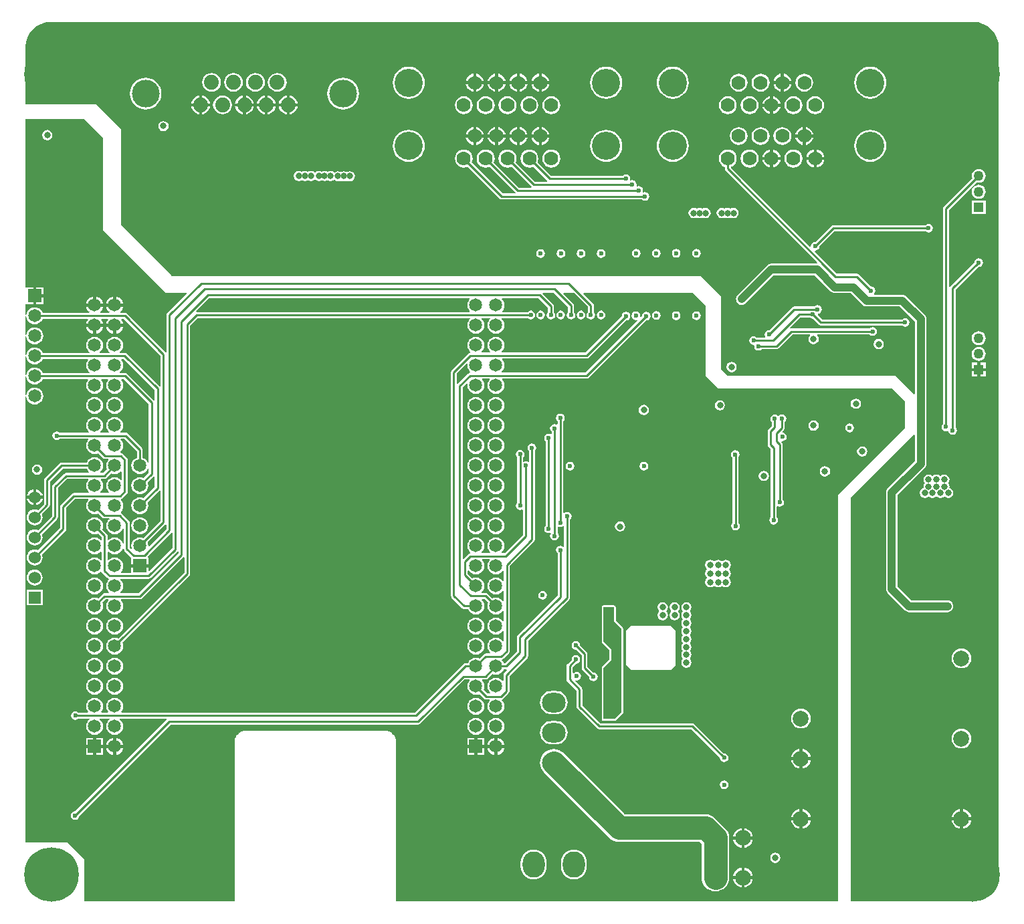
<source format=gbr>
%FSTAX23Y23*%
%MOIN*%
%SFA1B1*%

%IPPOS*%
%ADD47C,0.009842*%
%ADD49C,0.010000*%
%ADD50C,0.039370*%
%ADD53C,0.050000*%
%ADD54R,0.050000X0.050000*%
%ADD55C,0.140000*%
%ADD56C,0.070000*%
%ADD57C,0.078740*%
%ADD58R,0.065000X0.065000*%
%ADD59C,0.065000*%
%ADD60O,0.110236X0.129921*%
%ADD61O,0.118110X0.098425*%
%ADD62C,0.060000*%
%ADD63R,0.060000X0.060000*%
%ADD64R,0.078740X0.078740*%
%ADD65C,0.074409*%
%ADD66C,0.137795*%
%ADD67C,0.271654*%
%ADD68C,0.031496*%
%ADD69C,0.023622*%
%ADD70C,0.024000*%
%ADD71C,0.118110*%
%LNhardwarecontrollerpcb_copper_signal_bot-1*%
%LPD*%
G36*
X04742Y04393D02*
X04759Y04391D01*
X04775Y04386*
X0479Y0438*
X04805Y04372*
X04818Y04361*
X0483Y0435*
X0484Y04336*
X04848Y04322*
X04855Y04306*
X04859Y0429*
X04861Y04274*
X04861Y04266*
Y04266*
X04861Y00137*
Y00129*
X04859Y00112*
X04855Y00096*
X04848Y00081*
X0484Y00066*
X0483Y00053*
X04818Y00041*
X04805Y00031*
X0479Y00023*
X04775Y00016*
X04759Y00012*
X04742Y0001*
X04734*
X04125*
Y02021*
X04438Y02334*
X04443Y02332*
Y02203*
X04307Y02068*
X04303Y02061*
X043Y02054*
X04299Y02047*
Y01566*
X043Y01559*
X04303Y01552*
X04307Y01546*
X04394Y01459*
X044Y01454*
X04407Y01451*
X04415Y0145*
X04415*
X04606*
X04613Y01451*
X0462Y01454*
X04627Y01459*
X04631Y01465*
X04634Y01472*
X04635Y0148*
X04634Y01487*
X04631Y01495*
X04627Y01501*
X0462Y01505*
X04613Y01508*
X04606Y01509*
X04427*
X04358Y01579*
Y02035*
X04493Y0217*
X04497Y02176*
X045Y02183*
X04501Y0219*
Y0219*
Y02911*
X045Y02919*
X04497Y02926*
X04493Y02932*
X04401Y03024*
X04395Y03028*
X04388Y03031*
X0438Y03032*
X04243*
X04241Y03036*
X04241Y03037*
X04245Y03044*
X04247Y03052*
X04245Y03061*
X04241Y03068*
X04234Y03072*
X04225Y03074*
X04225Y03074*
X04165Y03134*
X0416Y03137*
X04155Y03138*
X04054*
X03944Y03248*
X03946Y03252*
X03946Y03253*
X03954Y03255*
X03961Y03259*
X03966Y03266*
X03968Y03275*
X03968Y03275*
X04043Y0335*
X04495*
X04496Y0335*
X04503Y03345*
X04511Y03343*
X04519Y03345*
X04526Y0335*
X04531Y03357*
X04533Y03365*
X04531Y03373*
X04526Y0338*
X04519Y03385*
X04511Y03387*
X04503Y03385*
X04496Y0338*
X04495Y0338*
X04037*
X04031Y03379*
X04026Y03375*
X03947Y03296*
X03946Y03296*
X03938Y03295*
X03931Y0329*
X03926Y03283*
X03924Y03275*
X03923Y03274*
X0392Y03273*
X03527Y03665*
X03528Y03671*
X03533Y03673*
X03542Y0368*
X03549Y0369*
X03554Y037*
X03555Y03712*
X03554Y03724*
X03549Y03734*
X03542Y03744*
X03533Y03751*
X03522Y03755*
X0351Y03757*
X03499Y03755*
X03488Y03751*
X03479Y03744*
X03472Y03734*
X03467Y03724*
X03466Y03712*
X03467Y037*
X03472Y0369*
X03479Y0368*
X03488Y03673*
X03496Y0367*
Y03661*
X03497Y03655*
X035Y03651*
X03958Y03193*
X03956Y03188*
X03956Y03188*
X03727*
X03719Y03187*
X03712Y03184*
X03706Y03179*
X03559Y03033*
X03554Y03026*
X03552Y03019*
X03551Y03012*
X03552Y03004*
X03554Y02997*
X03559Y02991*
X03565Y02986*
X03572Y02983*
X0358Y02982*
X03588Y02983*
X03595Y02986*
X03601Y02991*
X03739Y03129*
X03944*
X04023Y03049*
X0403Y03045*
X04037Y03042*
X04044Y03041*
X04125*
X04183Y02982*
X04189Y02977*
X04196Y02975*
X04204Y02974*
X04204*
X04368*
X04443Y02899*
Y02539*
X04438Y02537*
X04346Y02629*
X03507Y02629*
X03476Y02661*
Y03025*
X03374Y03127*
X0074Y03127*
X00486Y03381*
Y0386*
X00364Y03982*
X0001Y03982*
Y04265*
Y04274*
X00012Y0429*
X00016Y04306*
X00023Y04322*
X00031Y04336*
X00041Y0435*
X00053Y04361*
X00066Y04372*
X00081Y0438*
X00096Y04386*
X00112Y04391*
X00129Y04393*
X00137*
X04734*
X04742*
G37*
G36*
X02227Y03012D02*
X02225Y03011D01*
X02219Y03002*
X02215Y02992*
X02213Y02981*
X02215Y0297*
X02219Y02959*
X02225Y02952*
X02223Y02947*
X00863*
X00862Y02946*
X00859Y02951*
X00925Y03016*
X02225*
X02227Y03012*
G37*
G36*
X02644Y03043D02*
X02715Y02972D01*
Y02946*
X02714Y02946*
X0271Y02939*
X02708Y02931*
X0271Y02922*
X02714Y02915*
X02722Y02911*
X0273Y02909*
X02738Y02911*
X02745Y02915*
X0275Y02922*
X02751Y02931*
X0275Y02939*
X02745Y02946*
X02744Y02946*
Y02978*
X02743Y02983*
X0274Y02988*
X0269Y03038*
X02692Y03043*
X02745*
X02814Y02974*
Y02946*
X02813Y02946*
X02808Y02939*
X02807Y02931*
X02808Y02922*
X02813Y02915*
X0282Y02911*
X02828Y02909*
X02837Y02911*
X02844Y02915*
X02848Y02922*
X0285Y02931*
X02848Y02939*
X02844Y02946*
X02843Y02946*
Y0298*
X02842Y02985*
X02839Y0299*
X02791Y03038*
X02793Y03043*
X03336*
X03401Y02978*
X03401Y02629*
X03464Y02566*
X0433*
X04393Y02503*
X04393Y02368*
X04061Y02035*
X04061Y0001*
X01858*
Y00803*
X01858Y00803*
X01858Y00803*
X01858Y00808*
X01858Y00809*
Y00809*
X01856Y00818*
X01856Y00819*
X01855Y0082*
X01852Y00829*
X01851Y0083*
X01851Y00831*
X01846Y00838*
X01845Y00839*
X01844Y0084*
X01838Y00846*
X01837Y00847*
X01836Y00848*
X01829Y00853*
X01828Y00853*
X01827Y00854*
X01818Y00857*
X01817Y00857*
X01816Y00858*
X01807Y0086*
X01807*
X01806Y0086*
X01801Y0086*
X01801Y0086*
X01801Y0086*
X0111*
X01109Y0086*
X01109Y0086*
X01105Y0086*
X01104Y0086*
X01103*
X01094Y00858*
X01093Y00857*
X01092Y00857*
X01084Y00854*
X01083Y00853*
X01082Y00853*
X01074Y00848*
X01073Y00847*
X01073Y00846*
X01066Y0084*
X01065Y00839*
X01065Y00838*
X0106Y00831*
X01059Y0083*
X01059Y00829*
X01055Y0082*
X01055Y00819*
X01055Y00818*
X01053Y00809*
Y00809*
X01053Y00808*
X01052Y00803*
X01052Y00803*
X01052Y00803*
Y0001*
X00305*
Y00216*
X0022Y00301*
X0001*
Y02524*
X00015Y02525*
X00016Y02517*
X0002Y02507*
X00027Y02498*
X00035Y02491*
X00046Y02487*
X00057Y02486*
X00068Y02487*
X00078Y02491*
X00087Y02498*
X00093Y02507*
X00097Y02517*
X00099Y02528*
X00097Y02539*
X00093Y02549*
X00087Y02558*
X00078Y02564*
X00068Y02569*
X00057Y0257*
X00046Y02569*
X00035Y02564*
X00027Y02558*
X0002Y02549*
X00016Y02539*
X00015Y02531*
X0001Y02531*
Y02624*
X00015Y02625*
X00016Y02617*
X0002Y02607*
X00027Y02598*
X00035Y02591*
X00046Y02587*
X00057Y02586*
X00068Y02587*
X00078Y02591*
X00087Y02598*
X00093Y02607*
X00096Y02613*
X00321*
X00324Y02608*
X00319Y02602*
X00315Y02592*
X00313Y02581*
X00315Y0257*
X00319Y02559*
X00325Y02551*
X00334Y02544*
X00344Y0254*
X00355Y02538*
X00366Y0254*
X00377Y02544*
X00385Y02551*
X00392Y02559*
X00396Y0257*
X00398Y02581*
X00396Y02592*
X00392Y02602*
X00387Y02608*
X0039Y02613*
X00421*
X00424Y02608*
X00419Y02602*
X00415Y02592*
X00413Y02581*
X00415Y0257*
X00419Y02559*
X00425Y02551*
X00434Y02544*
X00444Y0254*
X00455Y02538*
X00466Y0254*
X00477Y02544*
X00485Y02551*
X00492Y02559*
X00496Y0257*
X00498Y02581*
X00496Y02592*
X00492Y02602*
X00487Y02608*
X0049Y02613*
X00501*
X00625Y02489*
Y02197*
X0062Y02196*
X00617Y02202*
X0061Y02211*
X00602Y02217*
X00595Y0222*
Y02259*
Y02259*
X00594Y02265*
X00591Y0227*
X00591*
X0052Y02341*
X00515Y02344*
X00509Y02345*
X00486*
X00484Y0235*
X00485Y02351*
X00492Y02359*
X00496Y0237*
X00498Y02381*
X00496Y02392*
X00492Y02402*
X00485Y02411*
X00477Y02417*
X00466Y02421*
X00455Y02423*
X00444Y02421*
X00434Y02417*
X00425Y02411*
X00419Y02402*
X00415Y02392*
X00413Y02381*
X00415Y0237*
X00419Y02359*
X00425Y02351*
X00427Y0235*
X00425Y02345*
X00386*
X00384Y0235*
X00385Y02351*
X00392Y02359*
X00396Y0237*
X00398Y02381*
X00396Y02392*
X00392Y02402*
X00385Y02411*
X00377Y02417*
X00366Y02421*
X00355Y02423*
X00344Y02421*
X00334Y02417*
X00325Y02411*
X00319Y02402*
X00315Y02392*
X00313Y02381*
X00315Y0237*
X00319Y02359*
X00325Y02351*
X00327Y0235*
X00325Y02345*
X00183*
X00182Y02346*
X00175Y0235*
X00167Y02352*
X00159Y0235*
X00151Y02346*
X00147Y02339*
X00145Y0233*
X00147Y02322*
X00151Y02315*
X00159Y0231*
X00167Y02309*
X00175Y0231*
X00182Y02315*
X00183Y02316*
X00324*
X00326Y02311*
X00325Y02311*
X00319Y02302*
X00315Y02292*
X00313Y02281*
X00315Y0227*
X00319Y02259*
X00325Y02251*
X00334Y02244*
X00344Y0224*
X00355Y02238*
X00366Y0224*
X00373Y02242*
X00396Y02219*
X00401Y02216*
X00406Y02215*
X00424*
X00425Y02213*
X00425Y0221*
X00419Y02202*
X00415Y02192*
X00413Y02181*
X00415Y0217*
X00417Y02163*
X00398Y02144*
X00384*
X00383Y02149*
X00385Y02151*
X00392Y02159*
X00396Y0217*
X00398Y02181*
X00396Y02192*
X00392Y02202*
X00385Y02211*
X00377Y02217*
X00366Y02221*
X00355Y02223*
X00344Y02221*
X00334Y02217*
X00325Y02211*
X00319Y02202*
X00316Y02195*
X0019*
X00185Y02194*
X0018Y02191*
X00107Y02118*
X00104Y02113*
X00103Y02108*
Y0199*
X00072Y01959*
X00067Y01962*
X00057Y01963*
X00046Y01962*
X00037Y01958*
X00028Y01951*
X00022Y01943*
X00018Y01933*
X00017Y01923*
X00018Y01913*
X00022Y01903*
X00028Y01895*
X00037Y01889*
X00046Y01885*
X00057Y01883*
X00067Y01885*
X00076Y01889*
X00085Y01895*
X00091Y01903*
X00095Y01913*
X00096Y01923*
X00095Y01933*
X00093Y01939*
X00128Y01974*
X00131Y01979*
X00132Y01984*
Y02102*
X00197Y02166*
X00316*
X00319Y02159*
X00325Y02151*
X00328Y02149*
X00326Y02144*
X00212*
X00212*
X00206Y02143*
X00202Y0214*
Y0214*
X00147Y02085*
X00143Y0208*
X00142Y02074*
Y0193*
X00072Y01859*
X00067Y01862*
X00057Y01863*
X00046Y01862*
X00037Y01858*
X00028Y01851*
X00022Y01843*
X00018Y01833*
X00017Y01823*
X00018Y01813*
X00022Y01803*
X00028Y01795*
X00037Y01789*
X00046Y01785*
X00057Y01783*
X00067Y01785*
X00076Y01789*
X00085Y01795*
X00091Y01803*
X00095Y01813*
X00096Y01823*
X00095Y01833*
X00093Y01839*
X00167Y01913*
X00171Y01918*
X00172Y01924*
Y02068*
X00218Y02115*
X00324*
X00325Y0211*
X00319Y02102*
X00315Y02092*
X00313Y02081*
X00315Y0207*
X00319Y02059*
X00325Y02051*
X00328Y02049*
X00326Y02044*
X00251*
X00246Y02043*
X00241Y02039*
X00188Y01986*
X00185Y01981*
X00184Y01976*
Y01871*
X00072Y01759*
X00067Y01762*
X00057Y01763*
X00046Y01762*
X00037Y01758*
X00028Y01751*
X00022Y01743*
X00018Y01733*
X00017Y01723*
X00018Y01713*
X00022Y01703*
X00028Y01695*
X00037Y01689*
X00046Y01685*
X00057Y01683*
X00067Y01685*
X00076Y01689*
X00085Y01695*
X00091Y01703*
X00095Y01713*
X00096Y01723*
X00095Y01733*
X00093Y01739*
X00209Y01854*
X00212Y01859*
X00213Y01865*
Y0197*
X00258Y02014*
X00323*
X00325Y02009*
X00319Y02002*
X00315Y01992*
X00313Y01981*
X00315Y0197*
X00319Y01959*
X00325Y01951*
X00334Y01944*
X00344Y0194*
X00355Y01938*
X00366Y0194*
X00373Y01942*
X00393Y01922*
X00398Y01919*
X00403Y01918*
X00427*
X00429Y01913*
X00425Y01911*
X00419Y01902*
X00415Y01892*
X00413Y01881*
X00415Y0187*
X00419Y01859*
X00425Y01851*
X00434Y01844*
X00444Y0184*
X00455Y01838*
X00466Y0184*
X00477Y01844*
X00485Y01851*
X00492Y01859*
X00496Y01868*
X00501Y01867*
Y01794*
X00496Y01793*
X00492Y01802*
X00485Y01811*
X00477Y01817*
X00466Y01821*
X00455Y01823*
X00444Y01821*
X00434Y01817*
X00425Y01811*
X00424Y01809*
X0042Y01811*
Y01831*
X00419Y01837*
X00415Y01841*
X00394Y01863*
X00396Y0187*
X00398Y01881*
X00396Y01892*
X00392Y01902*
X00385Y01911*
X00377Y01917*
X00366Y01921*
X00355Y01923*
X00344Y01921*
X00334Y01917*
X00325Y01911*
X00319Y01902*
X00315Y01892*
X00313Y01881*
X00315Y0187*
X00319Y01859*
X00325Y01851*
X00334Y01844*
X00344Y0184*
X00355Y01838*
X00366Y0184*
X00373Y01842*
X0039Y01825*
Y01812*
X00386Y0181*
X00385Y01811*
X00377Y01817*
X00366Y01821*
X00355Y01823*
X00344Y01821*
X00334Y01817*
X00325Y01811*
X00319Y01802*
X00315Y01792*
X00313Y01781*
X00315Y0177*
X00319Y01759*
X00325Y01751*
X00334Y01744*
X00344Y0174*
X00355Y01738*
X00366Y0174*
X00377Y01744*
X00385Y01751*
X00386Y01751*
X0039Y01749*
Y01712*
X00386Y0171*
X00385Y01711*
X00377Y01717*
X00366Y01721*
X00355Y01723*
X00344Y01721*
X00334Y01717*
X00325Y01711*
X00319Y01702*
X00315Y01692*
X00313Y01681*
X00315Y0167*
X00319Y01659*
X00325Y01651*
X00334Y01644*
X00344Y0164*
X00355Y01638*
X00366Y0164*
X00377Y01644*
X00385Y01651*
X00386Y01652*
X00391Y0165*
X00391Y01649*
X00395Y01645*
X00418Y01621*
X00423Y01618*
X00426Y01617*
X00427Y01612*
X00425Y01611*
X00419Y01602*
X00415Y01592*
X00413Y01581*
X00415Y0157*
X00419Y01559*
X00425Y01551*
X00428Y01549*
X00426Y01544*
X00404*
X00398Y01543*
X00393Y01539*
X00373Y01519*
X00366Y01521*
X00355Y01523*
X00344Y01521*
X00334Y01517*
X00325Y01511*
X00319Y01502*
X00315Y01492*
X00313Y01481*
X00315Y0147*
X00319Y01459*
X00325Y01451*
X00334Y01444*
X00344Y0144*
X00355Y01438*
X00366Y0144*
X00377Y01444*
X00385Y01451*
X00392Y01459*
X00396Y0147*
X00398Y01481*
X00396Y01492*
X00394Y01498*
X0041Y01514*
X00423*
X00425Y01509*
X00419Y01502*
X00415Y01492*
X00413Y01481*
X00415Y0147*
X00419Y01459*
X00425Y01451*
X00434Y01444*
X00444Y0144*
X00455Y01438*
X00466Y0144*
X00477Y01444*
X00485Y01451*
X00492Y01459*
X00496Y0147*
X00498Y01481*
X00496Y01492*
X00492Y01502*
X00486Y01509*
X00488Y01514*
X0058*
X00586Y01515*
X00591Y01519*
X00797Y01725*
X00799Y01725*
X00802Y01723*
Y01648*
X00473Y01319*
X00466Y01321*
X00455Y01323*
X00444Y01321*
X00434Y01317*
X00425Y01311*
X00419Y01302*
X00415Y01292*
X00413Y01281*
X00415Y0127*
X00419Y01259*
X00425Y01251*
X00434Y01244*
X00444Y0124*
X00455Y01238*
X00466Y0124*
X00477Y01244*
X00485Y01251*
X00492Y01259*
X00496Y0127*
X00498Y01281*
X00496Y01292*
X00494Y01298*
X00827Y01631*
X0083Y01636*
X00831Y01642*
Y02879*
X00869Y02917*
X02226*
X02228Y02912*
X02225Y02911*
X02219Y02902*
X02215Y02892*
X02213Y02881*
X02215Y0287*
X02219Y02859*
X02225Y02851*
X02234Y02844*
X02244Y0284*
X02255Y02838*
X02266Y0284*
X02277Y02844*
X02285Y02851*
X02292Y02859*
X02296Y0287*
X02298Y02881*
X02296Y02892*
X02292Y02902*
X02285Y02911*
X02283Y02912*
X02285Y02917*
X02326*
X02328Y02912*
X02325Y02911*
X02319Y02902*
X02315Y02892*
X02313Y02881*
X02315Y0287*
X02319Y02859*
X02325Y02851*
X02334Y02844*
X02344Y0284*
X02355Y02838*
X02366Y0284*
X02377Y02844*
X02385Y02851*
X02392Y02859*
X02396Y0287*
X02398Y02881*
X02396Y02892*
X02392Y02902*
X02385Y02911*
X02383Y02912*
X02385Y02917*
X02513*
X02514Y02917*
X02521Y02912*
X02529Y0291*
X02538Y02912*
X02545Y02917*
X02549Y02924*
X02551Y02932*
X02549Y0294*
X02545Y02947*
X02538Y02952*
X02529Y02954*
X02521Y02952*
X02514Y02947*
X02513Y02947*
X02387*
X02386Y02952*
X02392Y02959*
X02396Y0297*
X02398Y02981*
X02396Y02992*
X02392Y03002*
X02385Y03011*
X02384Y03012*
X02386Y03016*
X02568*
X02615Y02969*
Y02947*
X02614Y02947*
X0261Y0294*
X02608Y02932*
X0261Y02923*
X02614Y02916*
X02621Y02912*
X0263Y0291*
X02638Y02912*
X02645Y02916*
X0265Y02923*
X02651Y02932*
X0265Y0294*
X02645Y02947*
X02644Y02947*
Y02976*
X02643Y02981*
X0264Y02986*
X02588Y03038*
X0259Y03043*
X02644*
G37*
G36*
X00016Y02917D02*
X0002Y02907D01*
X00027Y02898*
X00035Y02891*
X00046Y02887*
X00057Y02886*
X00068Y02887*
X00078Y02891*
X00087Y02898*
X00093Y02907*
X00096Y02913*
X00321*
X00323Y02908*
X00318Y02902*
X00314Y02892*
X00314Y02888*
X00355*
X00397*
X00397Y02892*
X00393Y02902*
X00388Y02908*
X0039Y02913*
X00421*
X00423Y02908*
X00418Y02902*
X00414Y02892*
X00414Y02888*
X00455*
X00497*
X00497Y02892*
X00493Y02902*
X00488Y02908*
X0049Y02913*
X005*
X00684Y0273*
Y02577*
X00681Y02576*
X00679Y02575*
X00516Y02738*
X00511Y02741*
X00505Y02742*
X00483*
X00481Y02747*
X00485Y02751*
X00492Y02759*
X00496Y0277*
X00498Y02781*
X00496Y02792*
X00492Y02802*
X00485Y02811*
X00477Y02817*
X00466Y02821*
X00455Y02823*
X00444Y02821*
X00434Y02817*
X00425Y02811*
X00419Y02802*
X00415Y02792*
X00413Y02781*
X00415Y0277*
X00419Y02759*
X00425Y02751*
X0043Y02747*
X00428Y02742*
X00383*
X00381Y02747*
X00385Y02751*
X00392Y02759*
X00396Y0277*
X00398Y02781*
X00396Y02792*
X00392Y02802*
X00385Y02811*
X00377Y02817*
X00366Y02821*
X00355Y02823*
X00344Y02821*
X00334Y02817*
X00325Y02811*
X00319Y02802*
X00315Y02792*
X00313Y02781*
X00315Y0277*
X00319Y02759*
X00325Y02751*
X0033Y02747*
X00328Y02742*
X00096*
X00093Y02749*
X00087Y02758*
X00078Y02764*
X00068Y02769*
X00057Y0277*
X00046Y02769*
X00035Y02764*
X00027Y02758*
X0002Y02749*
X00016Y02739*
X00015Y02731*
X0001Y02731*
Y02824*
X00015Y02825*
X00016Y02817*
X0002Y02807*
X00027Y02798*
X00035Y02791*
X00046Y02787*
X00057Y02786*
X00068Y02787*
X00078Y02791*
X00087Y02798*
X00093Y02807*
X00097Y02817*
X00099Y02828*
X00097Y02839*
X00093Y02849*
X00087Y02858*
X00078Y02864*
X00068Y02869*
X00057Y0287*
X00046Y02869*
X00035Y02864*
X00027Y02858*
X0002Y02849*
X00016Y02839*
X00015Y02831*
X0001Y02831*
Y02924*
X00015Y02925*
X00016Y02917*
G37*
G36*
X00397Y03816D02*
Y03356D01*
X0071Y03043*
X00813*
X00815Y03038*
X00717Y02941*
X00714Y02936*
X00713Y02931*
Y02748*
X0071Y02747*
X00708Y02747*
X00517Y02938*
X00512Y02941*
X00506Y02943*
X00484*
X00482Y02948*
X00486Y0295*
X00493Y02959*
X00497Y0297*
X00497Y02973*
X00455*
X00414*
X00414Y0297*
X00418Y02959*
X00425Y0295*
X00429Y02948*
X00427Y02943*
X00384*
X00382Y02948*
X00386Y0295*
X00393Y02959*
X00397Y0297*
X00397Y02973*
X00355*
X00314*
X00314Y0297*
X00318Y02959*
X00325Y0295*
X00329Y02948*
X00327Y02943*
X00096*
X00093Y02949*
X00087Y02958*
X00078Y02964*
X00068Y02969*
X00057Y0297*
X00046Y02969*
X00035Y02964*
X00027Y02958*
X0002Y02949*
X00016Y02939*
X00015Y02931*
X0001Y02931*
Y02984*
X00014Y02985*
X00015*
X00049*
Y03028*
Y0307*
X00015*
X00014*
X0001Y03072*
Y03909*
X00305*
X00397Y03816*
G37*
G36*
X00016Y02717D02*
X0002Y02707D01*
X00027Y02698*
X00035Y02691*
X00046Y02687*
X00057Y02686*
X00068Y02687*
X00078Y02691*
X00087Y02698*
X00093Y02707*
X00096Y02713*
X00321*
X00324Y02708*
X00319Y02702*
X00315Y02692*
X00313Y02681*
X00315Y0267*
X00319Y02659*
X00325Y02651*
X0033Y02647*
X00328Y02642*
X00096*
X00093Y02649*
X00087Y02658*
X00078Y02664*
X00068Y02669*
X00057Y0267*
X00046Y02669*
X00035Y02664*
X00027Y02658*
X0002Y02649*
X00016Y02639*
X00015Y02631*
X0001Y02631*
Y02724*
X00015Y02725*
X00016Y02717*
G37*
G36*
X00654Y02558D02*
Y02508D01*
X00651Y02507*
X00649Y02506*
X00517Y02638*
X00513Y02641*
X00507Y02642*
X00483*
X00481Y02647*
X00485Y02651*
X00492Y02659*
X00496Y0267*
X00498Y02681*
X00496Y02692*
X00492Y02702*
X00487Y02708*
X0049Y02713*
X00499*
X00654Y02558*
G37*
G36*
X00491Y0215D02*
Y02111D01*
X00486Y0211*
X00485Y02111*
X00477Y02117*
X00466Y02121*
X00455Y02123*
X00444Y02121*
X00434Y02117*
X00425Y02111*
X00419Y02102*
X00415Y02092*
X00413Y02081*
X00415Y0207*
X00419Y02059*
X00425Y02051*
X00428Y02049*
X00426Y02044*
X00384*
X00383Y02049*
X00385Y02051*
X00392Y02059*
X00396Y0207*
X00398Y02081*
X00396Y02092*
X00392Y02102*
X00386Y0211*
X00387Y02115*
X00404*
X0041Y02116*
X00415Y02119*
X00438Y02142*
X00444Y0214*
X00455Y02138*
X00466Y0214*
X00477Y02144*
X00485Y02151*
X00486Y02152*
X00491Y0215*
G37*
G36*
X00566Y02253D02*
Y0222D01*
X00559Y02217*
X0055Y02211*
X00544Y02202*
X0054Y02192*
X00538Y02181*
X0054Y0217*
X00544Y02159*
X0055Y02151*
X00559Y02144*
X00569Y0214*
X0058Y02138*
X00591Y0214*
X00602Y02144*
X0061Y02151*
X00617Y02159*
X0062Y02166*
X00625Y02165*
Y02146*
X00598Y02119*
X00591Y02121*
X0058Y02123*
X00569Y02121*
X00559Y02117*
X0055Y02111*
X00544Y02102*
X0054Y02092*
X00538Y02081*
X0054Y0207*
X00544Y02059*
X0055Y02051*
X00559Y02044*
X00569Y0204*
X0058Y02038*
X00591Y0204*
X00602Y02044*
X0061Y02051*
X00617Y02059*
X00621Y0207*
X00623Y02081*
X00621Y02092*
X00619Y02098*
X00649Y02129*
X00651Y02128*
X00654Y02127*
Y02075*
X00598Y02019*
X00591Y02021*
X0058Y02023*
X00569Y02021*
X00559Y02017*
X0055Y02011*
X00544Y02002*
X0054Y01992*
X00538Y01981*
X0054Y0197*
X00544Y01959*
X0055Y01951*
X00559Y01944*
X00569Y0194*
X0058Y01938*
X00591Y0194*
X00602Y01944*
X0061Y01951*
X00617Y01959*
X00621Y0197*
X00623Y01981*
X00621Y01992*
X00619Y01998*
X00679Y02058*
X00681Y02058*
X00684Y02056*
Y01905*
X00598Y01819*
X00591Y01821*
X0058Y01823*
X00569Y01821*
X00559Y01817*
X0055Y01811*
X00544Y01802*
X0054Y01792*
X00538Y01781*
X0054Y0177*
X0054Y01768*
X00536Y01765*
X0053Y01771*
Y01897*
X0053Y01897*
X00529Y01903*
X00526Y01907*
X0049Y01943*
X00487Y01945*
X00486Y0195*
X00486Y01951*
X00492Y01959*
X00496Y0197*
X00498Y01981*
X00496Y01992*
X00492Y02002*
X00486Y0201*
X00486Y02013*
X00488Y02015*
X00489Y02015*
X00494Y02019*
X00516Y0204*
X00519Y02045*
X0052Y02051*
Y02051*
Y0221*
X00519Y02216*
X00516Y0222*
X00516*
X00496Y0224*
X00491Y02243*
X00486Y02244*
X00485*
X00483Y02249*
X00485Y02251*
X00492Y02259*
X00496Y0227*
X00498Y02281*
X00496Y02292*
X00492Y02302*
X00485Y02311*
X00485Y02311*
X00487Y02316*
X00503*
X00566Y02253*
G37*
G36*
X0071Y01887D02*
X00713Y01886D01*
Y01864*
X00627Y01778*
X00623Y0178*
X00623Y01781*
X00621Y01792*
X00619Y01798*
X00708Y01888*
X0071Y01887*
G37*
G36*
X0074Y01847D02*
X00743Y01845D01*
Y01769*
X00628Y01654*
X00623Y01656*
Y01673*
X0058*
X00538*
Y01646*
X00487*
X00486Y01648*
X00486Y01651*
X00492Y01659*
X00496Y0167*
X00498Y01681*
X00496Y01692*
X00492Y01702*
X00485Y01711*
X00477Y01717*
X00466Y01721*
X00455Y01723*
X00444Y01721*
X00434Y01717*
X00425Y01711*
X00424Y01709*
X0042Y01711*
Y0175*
X00424Y01752*
X00425Y01751*
X00434Y01744*
X00444Y0174*
X00455Y01738*
X00466Y0174*
X00477Y01744*
X00485Y01751*
X00492Y01759*
X00496Y01768*
X00501Y01767*
Y01765*
X00502Y0176*
X00505Y01755*
X00538Y01722*
Y01688*
X0058*
X00623*
Y01723*
X0062*
X00619Y01728*
X00738Y01847*
X0074Y01847*
G37*
G36*
X00769Y01752D02*
X00772Y01751D01*
Y01742*
X00574Y01544*
X00484*
X00483Y01549*
X00485Y01551*
X00492Y01559*
X00496Y0157*
X00498Y01581*
X00496Y01592*
X00492Y01602*
X00485Y01611*
X00483Y01612*
X00485Y01617*
X00625*
X00631Y01618*
X00636Y01621*
X00767Y01752*
X00769Y01752*
G37*
%LNhardwarecontrollerpcb_copper_signal_bot-2*%
%LPC*%
G36*
X03791Y04134D02*
Y04098D01*
X03827*
X03827Y04102*
X03822Y04113*
X03815Y04122*
X03806Y04129*
X03795Y04134*
X03791Y04134*
G37*
G36*
X03775D02*
X03771Y04134D01*
X0376Y04129*
X03751Y04122*
X03744Y04113*
X03739Y04102*
X03739Y04098*
X03775*
Y04134*
G37*
G36*
X02257Y04134D02*
Y04098D01*
X02294*
X02293Y04102*
X02289Y04113*
X02281Y04122*
X02272Y04129*
X02261Y04134*
X02257Y04134*
G37*
G36*
X02584D02*
Y04098D01*
X02621*
X0262Y04102*
X02616Y04113*
X02608Y04122*
X02599Y04129*
X02588Y04134*
X02584Y04134*
G37*
G36*
X02475D02*
Y04098D01*
X02512*
X02511Y04102*
X02507Y04113*
X02499Y04122*
X0249Y04129*
X02479Y04134*
X02475Y04134*
G37*
G36*
X02366D02*
Y04098D01*
X02403*
X02402Y04102*
X02398Y04113*
X0239Y04122*
X02381Y04129*
X0237Y04134*
X02366Y04134*
G37*
G36*
X02351D02*
X02347Y04134D01*
X02336Y04129*
X02326Y04122*
X02319Y04113*
X02315Y04102*
X02314Y04098*
X02351*
Y04134*
G37*
G36*
X02242D02*
X02238Y04134D01*
X02227Y04129*
X02217Y04122*
X0221Y04113*
X02206Y04102*
X02205Y04098*
X02242*
Y04134*
G37*
G36*
X02569D02*
X02565Y04134D01*
X02554Y04129*
X02544Y04122*
X02537Y04113*
X02533Y04102*
X02532Y04098*
X02569*
Y04134*
G37*
G36*
X0246D02*
X02456Y04134D01*
X02445Y04129*
X02435Y04122*
X02428Y04113*
X02424Y04102*
X02423Y04098*
X0246*
Y04134*
G37*
G36*
X03827Y04082D02*
X03791D01*
Y04046*
X03795Y04046*
X03806Y04051*
X03815Y04058*
X03822Y04067*
X03827Y04078*
X03827Y04082*
G37*
G36*
X03775D02*
X03739D01*
X03739Y04078*
X03744Y04067*
X03751Y04058*
X0376Y04051*
X03771Y04046*
X03775Y04046*
Y04082*
G37*
G36*
X02621Y04082D02*
X02584D01*
Y04045*
X02588Y04046*
X02599Y04051*
X02608Y04058*
X02616Y04067*
X0262Y04078*
X02621Y04082*
G37*
G36*
X02512D02*
X02475D01*
Y04045*
X02479Y04046*
X0249Y04051*
X02499Y04058*
X02507Y04067*
X02511Y04078*
X02512Y04082*
G37*
G36*
X02403D02*
X02366D01*
Y04045*
X0237Y04046*
X02381Y04051*
X0239Y04058*
X02398Y04067*
X02402Y04078*
X02403Y04082*
G37*
G36*
X02294D02*
X02257D01*
Y04045*
X02261Y04046*
X02272Y04051*
X02281Y04058*
X02289Y04067*
X02293Y04078*
X02294Y04082*
G37*
G36*
X02569D02*
X02532D01*
X02533Y04078*
X02537Y04067*
X02544Y04058*
X02554Y04051*
X02565Y04046*
X02569Y04045*
Y04082*
G37*
G36*
X0246D02*
X02423D01*
X02424Y04078*
X02428Y04067*
X02435Y04058*
X02445Y04051*
X02456Y04046*
X0246Y04045*
Y04082*
G37*
G36*
X02351D02*
X02314D01*
X02315Y04078*
X02319Y04067*
X02326Y04058*
X02336Y04051*
X02347Y04046*
X02351Y04045*
Y04082*
G37*
G36*
X02242D02*
X02205D01*
X02206Y04078*
X0221Y04067*
X02217Y04058*
X02227Y04051*
X02238Y04046*
X02242Y04045*
Y04082*
G37*
G36*
X03892Y04135D02*
X0388Y04133D01*
X0387Y04129*
X0386Y04122*
X03853Y04112*
X03849Y04102*
X03847Y0409*
X03849Y04078*
X03853Y04068*
X0386Y04058*
X0387Y04051*
X0388Y04047*
X03892Y04045*
X03904Y04047*
X03914Y04051*
X03924Y04058*
X03931Y04068*
X03935Y04078*
X03937Y0409*
X03935Y04102*
X03931Y04112*
X03924Y04122*
X03914Y04129*
X03904Y04133*
X03892Y04135*
G37*
G36*
X03674D02*
X03662Y04133D01*
X03652Y04129*
X03642Y04122*
X03635Y04112*
X03631Y04102*
X03629Y0409*
X03631Y04078*
X03635Y04068*
X03642Y04058*
X03652Y04051*
X03662Y04047*
X03674Y04045*
X03686Y04047*
X03696Y04051*
X03706Y04058*
X03713Y04068*
X03717Y04078*
X03719Y0409*
X03717Y04102*
X03713Y04112*
X03706Y04122*
X03696Y04129*
X03686Y04133*
X03674Y04135*
G37*
G36*
X03565D02*
X03553Y04133D01*
X03543Y04129*
X03533Y04122*
X03526Y04112*
X03522Y04102*
X0352Y0409*
X03522Y04078*
X03526Y04068*
X03533Y04058*
X03543Y04051*
X03553Y04047*
X03565Y04045*
X03577Y04047*
X03587Y04051*
X03597Y04058*
X03604Y04068*
X03608Y04078*
X0361Y0409*
X03608Y04102*
X03604Y04112*
X03597Y04122*
X03587Y04129*
X03577Y04133*
X03565Y04135*
G37*
G36*
X01265Y04138D02*
X01253Y04137D01*
X01242Y04132*
X01232Y04125*
X01224Y04115*
X0122Y04103*
X01218Y04091*
X0122Y04079*
X01224Y04068*
X01232Y04058*
X01242Y04051*
X01253Y04046*
X01265Y04044*
X01277Y04046*
X01289Y04051*
X01298Y04058*
X01306Y04068*
X01311Y04079*
X01312Y04091*
X01311Y04103*
X01306Y04115*
X01298Y04125*
X01289Y04132*
X01277Y04137*
X01265Y04138*
G37*
G36*
X01156D02*
X01144Y04137D01*
X01133Y04132*
X01123Y04125*
X01115Y04115*
X01111Y04103*
X01109Y04091*
X01111Y04079*
X01115Y04068*
X01123Y04058*
X01133Y04051*
X01144Y04046*
X01156Y04044*
X01168Y04046*
X0118Y04051*
X01189Y04058*
X01197Y04068*
X01202Y04079*
X01203Y04091*
X01202Y04103*
X01197Y04115*
X01189Y04125*
X0118Y04132*
X01168Y04137*
X01156Y04138*
G37*
G36*
X01047D02*
X01035Y04137D01*
X01024Y04132*
X01014Y04125*
X01006Y04115*
X01002Y04103*
X01Y04091*
X01002Y04079*
X01006Y04068*
X01014Y04058*
X01024Y04051*
X01035Y04046*
X01047Y04044*
X01059Y04046*
X01071Y04051*
X0108Y04058*
X01088Y04068*
X01092Y04079*
X01094Y04091*
X01092Y04103*
X01088Y04115*
X0108Y04125*
X01071Y04132*
X01059Y04137*
X01047Y04138*
G37*
G36*
X00938D02*
X00926Y04137D01*
X00914Y04132*
X00905Y04125*
X00897Y04115*
X00893Y04103*
X00891Y04091*
X00893Y04079*
X00897Y04068*
X00905Y04058*
X00914Y04051*
X00926Y04046*
X00938Y04044*
X0095Y04046*
X00962Y04051*
X00971Y04058*
X00979Y04068*
X00983Y04079*
X00985Y04091*
X00983Y04103*
X00979Y04115*
X00971Y04125*
X00962Y04132*
X0095Y04137*
X00938Y04138*
G37*
G36*
X0422Y0417D02*
X04205Y04168D01*
X0419Y04164*
X04176Y04156*
X04164Y04147*
X04154Y04134*
X04147Y04121*
X04142Y04106*
X04141Y0409*
X04142Y04074*
X04147Y0406*
X04154Y04046*
X04164Y04034*
X04176Y04024*
X0419Y04016*
X04205Y04012*
X0422Y0401*
X04236Y04012*
X04251Y04016*
X04265Y04024*
X04277Y04034*
X04287Y04046*
X04294Y0406*
X04299Y04074*
X043Y0409*
X04299Y04106*
X04294Y04121*
X04287Y04134*
X04277Y04147*
X04265Y04156*
X04251Y04164*
X04236Y04168*
X0422Y0417*
G37*
G36*
X03236D02*
X03221Y04168D01*
X03206Y04164*
X03192Y04156*
X0318Y04147*
X0317Y04134*
X03163Y04121*
X03158Y04106*
X03157Y0409*
X03158Y04074*
X03163Y0406*
X0317Y04046*
X0318Y04034*
X03192Y04024*
X03206Y04016*
X03221Y04012*
X03236Y0401*
X03252Y04012*
X03267Y04016*
X03281Y04024*
X03293Y04034*
X03303Y04046*
X0331Y0406*
X03315Y04074*
X03316Y0409*
X03315Y04106*
X0331Y04121*
X03303Y04134*
X03293Y04147*
X03281Y04156*
X03267Y04164*
X03252Y04168*
X03236Y0417*
G37*
G36*
X02905Y0417D02*
X02889Y04168D01*
X02874Y04164*
X02861Y04156*
X02848Y04146*
X02839Y04134*
X02831Y0412*
X02827Y04105*
X02825Y0409*
X02827Y04074*
X02831Y04059*
X02839Y04045*
X02848Y04033*
X02861Y04023*
X02874Y04016*
X02889Y04012*
X02905Y0401*
X0292Y04012*
X02935Y04016*
X02949Y04023*
X02961Y04033*
X02971Y04045*
X02979Y04059*
X02983Y04074*
X02985Y0409*
X02983Y04105*
X02979Y0412*
X02971Y04134*
X02961Y04146*
X02949Y04156*
X02935Y04164*
X0292Y04168*
X02905Y0417*
G37*
G36*
X01921D02*
X01905Y04168D01*
X0189Y04164*
X01877Y04156*
X01864Y04146*
X01855Y04134*
X01847Y0412*
X01843Y04105*
X01841Y0409*
X01843Y04074*
X01847Y04059*
X01855Y04045*
X01864Y04033*
X01877Y04023*
X0189Y04016*
X01905Y04012*
X01921Y0401*
X01936Y04012*
X01951Y04016*
X01965Y04023*
X01977Y04033*
X01987Y04045*
X01995Y04059*
X01999Y04074*
X02001Y0409*
X01999Y04105*
X01995Y0412*
X01987Y04134*
X01977Y04146*
X01965Y04156*
X01951Y04164*
X01936Y04168*
X01921Y0417*
G37*
G36*
X01109Y04026D02*
Y03987D01*
X01148*
X01148Y03992*
X01143Y04003*
X01135Y04013*
X01125Y04021*
X01114Y04025*
X01109Y04026*
G37*
G36*
X01218D02*
Y03987D01*
X01257*
X01257Y03992*
X01252Y04003*
X01244Y04013*
X01234Y04021*
X01223Y04025*
X01218Y04026*
G37*
G36*
X01328D02*
Y03987D01*
X01366*
X01366Y03992*
X01361Y04003*
X01353Y04013*
X01343Y04021*
X01332Y04025*
X01328Y04026*
G37*
G36*
X00891D02*
Y03987D01*
X0093*
X00929Y03992*
X00925Y04003*
X00917Y04013*
X00907Y04021*
X00896Y04025*
X00891Y04026*
G37*
G36*
X01312D02*
X01307Y04025D01*
X01296Y04021*
X01286Y04013*
X01278Y04003*
X01274Y03992*
X01273Y03987*
X01312*
Y04026*
G37*
G36*
X00876D02*
X00871Y04025D01*
X0086Y04021*
X0085Y04013*
X00842Y04003*
X00837Y03992*
X00837Y03987*
X00876*
Y04026*
G37*
G36*
X01203D02*
X01198Y04025D01*
X01187Y04021*
X01177Y04013*
X01169Y04003*
X01165Y03992*
X01164Y03987*
X01203*
Y04026*
G37*
G36*
X01094D02*
X01089Y04025D01*
X01078Y04021*
X01068Y04013*
X0106Y04003*
X01056Y03992*
X01055Y03987*
X01094*
Y04026*
G37*
G36*
X03736Y04022D02*
Y03986D01*
X03773*
X03772Y0399*
X03768Y04001*
X03761Y0401*
X03751Y04017*
X0374Y04022*
X03736Y04022*
G37*
G36*
X03721D02*
X03717Y04022D01*
X03706Y04017*
X03696Y0401*
X03689Y04001*
X03685Y0399*
X03684Y03986*
X03721*
Y04022*
G37*
G36*
X01594Y04114D02*
X01578Y04113D01*
X01564Y04108*
X0155Y04101*
X01538Y04091*
X01528Y04079*
X01521Y04066*
X01516Y04051*
X01515Y04035*
X01516Y0402*
X01521Y04005*
X01528Y03992*
X01538Y0398*
X0155Y0397*
X01564Y03963*
X01578Y03958*
X01594Y03957*
X01609Y03958*
X01624Y03963*
X01637Y0397*
X01649Y0398*
X01659Y03992*
X01666Y04005*
X01671Y0402*
X01672Y04035*
X01671Y04051*
X01666Y04066*
X01659Y04079*
X01649Y04091*
X01637Y04101*
X01624Y04108*
X01609Y04113*
X01594Y04114*
G37*
G36*
X00609D02*
X00594Y04113D01*
X00579Y04108*
X00566Y04101*
X00554Y04091*
X00544Y04079*
X00537Y04066*
X00532Y04051*
X00531Y04035*
X00532Y0402*
X00537Y04005*
X00544Y03992*
X00554Y0398*
X00566Y0397*
X00579Y03963*
X00594Y03958*
X00609Y03957*
X00625Y03958*
X0064Y03963*
X00653Y0397*
X00665Y0398*
X00675Y03992*
X00682Y04005*
X00687Y0402*
X00688Y04035*
X00687Y04051*
X00682Y04066*
X00675Y04079*
X00665Y04091*
X00653Y04101*
X0064Y04108*
X00625Y04113*
X00609Y04114*
G37*
G36*
X03773Y0397D02*
X03736D01*
Y03934*
X0374Y03934*
X03751Y03939*
X03761Y03946*
X03768Y03955*
X03772Y03966*
X03773Y0397*
G37*
G36*
X03721D02*
X03684D01*
X03685Y03966*
X03689Y03955*
X03696Y03946*
X03706Y03939*
X03717Y03934*
X03721Y03934*
Y0397*
G37*
G36*
X03946Y04023D02*
X03935Y04021D01*
X03924Y04017*
X03915Y0401*
X03908Y04*
X03903Y0399*
X03902Y03978*
X03903Y03966*
X03908Y03956*
X03915Y03946*
X03924Y03939*
X03935Y03935*
X03946Y03933*
X03958Y03935*
X03969Y03939*
X03978Y03946*
X03985Y03956*
X0399Y03966*
X03991Y03978*
X0399Y0399*
X03985Y04*
X03978Y0401*
X03969Y04017*
X03958Y04021*
X03946Y04023*
G37*
G36*
X03837D02*
X03826Y04021D01*
X03815Y04017*
X03806Y0401*
X03799Y04*
X03794Y0399*
X03793Y03978*
X03794Y03966*
X03799Y03956*
X03806Y03946*
X03815Y03939*
X03826Y03935*
X03837Y03933*
X03849Y03935*
X0386Y03939*
X03869Y03946*
X03876Y03956*
X03881Y03966*
X03882Y03978*
X03881Y0399*
X03876Y04*
X03869Y0401*
X0386Y04017*
X03849Y04021*
X03837Y04023*
G37*
G36*
X03619D02*
X03608Y04021D01*
X03597Y04017*
X03588Y0401*
X03581Y04*
X03576Y0399*
X03575Y03978*
X03576Y03966*
X03581Y03956*
X03588Y03946*
X03597Y03939*
X03608Y03935*
X03619Y03933*
X03631Y03935*
X03642Y03939*
X03651Y03946*
X03658Y03956*
X03663Y03966*
X03664Y03978*
X03663Y0399*
X03658Y04*
X03651Y0401*
X03642Y04017*
X03631Y04021*
X03619Y04023*
G37*
G36*
X0351D02*
X03499Y04021D01*
X03488Y04017*
X03479Y0401*
X03472Y04*
X03467Y0399*
X03466Y03978*
X03467Y03966*
X03472Y03956*
X03479Y03946*
X03488Y03939*
X03499Y03935*
X0351Y03933*
X03522Y03935*
X03533Y03939*
X03542Y03946*
X03549Y03956*
X03554Y03966*
X03555Y03978*
X03554Y0399*
X03549Y04*
X03542Y0401*
X03533Y04017*
X03522Y04021*
X0351Y04023*
G37*
G36*
X02631Y04023D02*
X02619Y04021D01*
X02608Y04017*
X02599Y0401*
X02592Y04*
X02588Y03989*
X02586Y03978*
X02588Y03966*
X02592Y03955*
X02599Y03946*
X02608Y03939*
X02619Y03935*
X02631Y03933*
X02642Y03935*
X02653Y03939*
X02663Y03946*
X0267Y03955*
X02674Y03966*
X02676Y03978*
X02674Y03989*
X0267Y04*
X02663Y0401*
X02653Y04017*
X02642Y04021*
X02631Y04023*
G37*
G36*
X02522D02*
X0251Y04021D01*
X02499Y04017*
X0249Y0401*
X02483Y04*
X02479Y03989*
X02477Y03978*
X02479Y03966*
X02483Y03955*
X0249Y03946*
X02499Y03939*
X0251Y03935*
X02522Y03933*
X02533Y03935*
X02544Y03939*
X02554Y03946*
X02561Y03955*
X02565Y03966*
X02567Y03978*
X02565Y03989*
X02561Y04*
X02554Y0401*
X02544Y04017*
X02533Y04021*
X02522Y04023*
G37*
G36*
X02413D02*
X02401Y04021D01*
X0239Y04017*
X02381Y0401*
X02374Y04*
X0237Y03989*
X02368Y03978*
X0237Y03966*
X02374Y03955*
X02381Y03946*
X0239Y03939*
X02401Y03935*
X02413Y03933*
X02424Y03935*
X02435Y03939*
X02445Y03946*
X02452Y03955*
X02456Y03966*
X02458Y03978*
X02456Y03989*
X02452Y04*
X02445Y0401*
X02435Y04017*
X02424Y04021*
X02413Y04023*
G37*
G36*
X02304D02*
X02292Y04021D01*
X02281Y04017*
X02272Y0401*
X02265Y04*
X02261Y03989*
X02259Y03978*
X02261Y03966*
X02265Y03955*
X02272Y03946*
X02281Y03939*
X02292Y03935*
X02304Y03933*
X02315Y03935*
X02326Y03939*
X02336Y03946*
X02343Y03955*
X02347Y03966*
X02349Y03978*
X02347Y03989*
X02343Y04*
X02336Y0401*
X02326Y04017*
X02315Y04021*
X02304Y04023*
G37*
G36*
X02195D02*
X02183Y04021D01*
X02172Y04017*
X02163Y0401*
X02156Y04*
X02152Y03989*
X0215Y03978*
X02152Y03966*
X02156Y03955*
X02163Y03946*
X02172Y03939*
X02183Y03935*
X02195Y03933*
X02206Y03935*
X02217Y03939*
X02227Y03946*
X02234Y03955*
X02238Y03966*
X0224Y03978*
X02238Y03989*
X02234Y04*
X02227Y0401*
X02217Y04017*
X02206Y04021*
X02195Y04023*
G37*
G36*
X01148Y03972D02*
X01109D01*
Y03933*
X01114Y03933*
X01125Y03938*
X01135Y03946*
X01143Y03956*
X01148Y03967*
X01148Y03972*
G37*
G36*
X01312D02*
X01273D01*
X01274Y03967*
X01278Y03956*
X01286Y03946*
X01296Y03938*
X01307Y03933*
X01312Y03933*
Y03972*
G37*
G36*
X00876D02*
X00837D01*
X00837Y03967*
X00842Y03956*
X0085Y03946*
X0086Y03938*
X00871Y03933*
X00876Y03933*
Y03972*
G37*
G36*
X01257D02*
X01218D01*
Y03933*
X01223Y03933*
X01234Y03938*
X01244Y03946*
X01252Y03956*
X01257Y03967*
X01257Y03972*
G37*
G36*
X01203D02*
X01164D01*
X01165Y03967*
X01169Y03956*
X01177Y03946*
X01187Y03938*
X01198Y03933*
X01203Y03933*
Y03972*
G37*
G36*
X01366D02*
X01328D01*
Y03933*
X01332Y03933*
X01343Y03938*
X01353Y03946*
X01361Y03956*
X01366Y03967*
X01366Y03972*
G37*
G36*
X0093D02*
X00891D01*
Y03933*
X00896Y03933*
X00907Y03938*
X00917Y03946*
X00925Y03956*
X00929Y03967*
X0093Y03972*
G37*
G36*
X01094D02*
X01055D01*
X01056Y03967*
X0106Y03956*
X01068Y03946*
X01078Y03938*
X01089Y03933*
X01094Y03933*
Y03972*
G37*
G36*
X00993Y04027D02*
X0098Y04025D01*
X00969Y0402*
X00959Y04013*
X00952Y04003*
X00947Y03992*
X00945Y03979*
X00947Y03967*
X00952Y03956*
X00959Y03946*
X00969Y03939*
X0098Y03934*
X00993Y03932*
X01005Y03934*
X01016Y03939*
X01026Y03946*
X01033Y03956*
X01038Y03967*
X0104Y03979*
X01038Y03992*
X01033Y04003*
X01026Y04013*
X01016Y0402*
X01005Y04025*
X00993Y04027*
G37*
G36*
X00698Y03899D02*
X00688Y03897D01*
X0068Y03892*
X00675Y03883*
X00673Y03874*
X00675Y03864*
X0068Y03855*
X00688Y0385*
X00698Y03848*
X00708Y0385*
X00716Y03855*
X00722Y03864*
X00724Y03874*
X00722Y03883*
X00716Y03892*
X00708Y03897*
X00698Y03899*
G37*
G36*
X039Y03868D02*
Y03832D01*
X03936*
X03936Y03836*
X03931Y03847*
X03924Y03856*
X03915Y03863*
X03904Y03868*
X039Y03868*
G37*
G36*
X03884D02*
X0388Y03868D01*
X03869Y03863*
X0386Y03856*
X03853Y03847*
X03848Y03836*
X03848Y03832*
X03884*
Y03868*
G37*
G36*
X02257Y03868D02*
Y03832D01*
X02294*
X02293Y03836*
X02289Y03847*
X02281Y03856*
X02272Y03863*
X02261Y03868*
X02257Y03868*
G37*
G36*
X02584D02*
Y03832D01*
X02621*
X0262Y03836*
X02616Y03847*
X02608Y03856*
X02599Y03863*
X02588Y03868*
X02584Y03868*
G37*
G36*
X02475D02*
Y03832D01*
X02512*
X02511Y03836*
X02507Y03847*
X02499Y03856*
X0249Y03863*
X02479Y03868*
X02475Y03868*
G37*
G36*
X02366D02*
Y03832D01*
X02403*
X02402Y03836*
X02398Y03847*
X0239Y03856*
X02381Y03863*
X0237Y03868*
X02366Y03868*
G37*
G36*
X02351D02*
X02347Y03868D01*
X02336Y03863*
X02326Y03856*
X02319Y03847*
X02315Y03836*
X02314Y03832*
X02351*
Y03868*
G37*
G36*
X02242D02*
X02238Y03868D01*
X02227Y03863*
X02217Y03856*
X0221Y03847*
X02206Y03836*
X02205Y03832*
X02242*
Y03868*
G37*
G36*
X02569D02*
X02565Y03868D01*
X02554Y03863*
X02544Y03856*
X02537Y03847*
X02533Y03836*
X02532Y03832*
X02569*
Y03868*
G37*
G36*
X0246D02*
X02456Y03868D01*
X02445Y03863*
X02435Y03856*
X02428Y03847*
X02424Y03836*
X02423Y03832*
X0246*
Y03868*
G37*
G36*
X03936Y03816D02*
X039D01*
Y0378*
X03904Y0378*
X03915Y03785*
X03924Y03792*
X03931Y03801*
X03936Y03812*
X03936Y03816*
G37*
G36*
X03884D02*
X03848D01*
X03848Y03812*
X03853Y03801*
X0386Y03792*
X03869Y03785*
X0388Y0378*
X03884Y0378*
Y03816*
G37*
G36*
X02621Y03816D02*
X02584D01*
Y03779*
X02588Y0378*
X02599Y03785*
X02608Y03792*
X02616Y03801*
X0262Y03812*
X02621Y03816*
G37*
G36*
X02512D02*
X02475D01*
Y03779*
X02479Y0378*
X0249Y03785*
X02499Y03792*
X02507Y03801*
X02511Y03812*
X02512Y03816*
G37*
G36*
X02403D02*
X02366D01*
Y03779*
X0237Y0378*
X02381Y03785*
X0239Y03792*
X02398Y03801*
X02402Y03812*
X02403Y03816*
G37*
G36*
X02294D02*
X02257D01*
Y03779*
X02261Y0378*
X02272Y03785*
X02281Y03792*
X02289Y03801*
X02293Y03812*
X02294Y03816*
G37*
G36*
X02569D02*
X02532D01*
X02533Y03812*
X02537Y03801*
X02544Y03792*
X02554Y03785*
X02565Y0378*
X02569Y03779*
Y03816*
G37*
G36*
X0246D02*
X02423D01*
X02424Y03812*
X02428Y03801*
X02435Y03792*
X02445Y03785*
X02456Y0378*
X0246Y03779*
Y03816*
G37*
G36*
X02351D02*
X02314D01*
X02315Y03812*
X02319Y03801*
X02326Y03792*
X02336Y03785*
X02347Y0378*
X02351Y03779*
Y03816*
G37*
G36*
X02242D02*
X02205D01*
X02206Y03812*
X0221Y03801*
X02217Y03792*
X02227Y03785*
X02238Y0378*
X02242Y03779*
Y03816*
G37*
G36*
X03783Y03869D02*
X03771Y03867D01*
X03761Y03863*
X03751Y03856*
X03744Y03846*
X0374Y03836*
X03738Y03824*
X0374Y03812*
X03744Y03802*
X03751Y03792*
X03761Y03785*
X03771Y03781*
X03783Y03779*
X03795Y03781*
X03805Y03785*
X03815Y03792*
X03822Y03802*
X03826Y03812*
X03828Y03824*
X03826Y03836*
X03822Y03846*
X03815Y03856*
X03805Y03863*
X03795Y03867*
X03783Y03869*
G37*
G36*
X03674D02*
X03662Y03867D01*
X03652Y03863*
X03642Y03856*
X03635Y03846*
X03631Y03836*
X03629Y03824*
X03631Y03812*
X03635Y03802*
X03642Y03792*
X03652Y03785*
X03662Y03781*
X03674Y03779*
X03686Y03781*
X03696Y03785*
X03706Y03792*
X03713Y03802*
X03717Y03812*
X03719Y03824*
X03717Y03836*
X03713Y03846*
X03706Y03856*
X03696Y03863*
X03686Y03867*
X03674Y03869*
G37*
G36*
X03565D02*
X03553Y03867D01*
X03543Y03863*
X03533Y03856*
X03526Y03846*
X03522Y03836*
X0352Y03824*
X03522Y03812*
X03526Y03802*
X03533Y03792*
X03543Y03785*
X03553Y03781*
X03565Y03779*
X03577Y03781*
X03587Y03785*
X03597Y03792*
X03604Y03802*
X03608Y03812*
X0361Y03824*
X03608Y03836*
X03604Y03846*
X03597Y03856*
X03587Y03863*
X03577Y03867*
X03565Y03869*
G37*
G36*
X03736Y03756D02*
Y0372D01*
X03773*
X03772Y03724*
X03768Y03735*
X03761Y03744*
X03751Y03751*
X0374Y03756*
X03736Y03756*
G37*
G36*
X03954D02*
Y0372D01*
X03991*
X0399Y03724*
X03986Y03735*
X03979Y03744*
X03969Y03751*
X03958Y03756*
X03954Y03756*
G37*
G36*
X03939D02*
X03935Y03756D01*
X03924Y03751*
X03914Y03744*
X03907Y03735*
X03903Y03724*
X03902Y0372*
X03939*
Y03756*
G37*
G36*
X03721D02*
X03717Y03756D01*
X03706Y03751*
X03696Y03744*
X03689Y03735*
X03685Y03724*
X03684Y0372*
X03721*
Y03756*
G37*
G36*
X0422Y03855D02*
X04205Y03853D01*
X0419Y03849*
X04176Y03841*
X04164Y03832*
X04154Y03819*
X04147Y03806*
X04142Y03791*
X04141Y03775*
X04142Y03759*
X04147Y03745*
X04154Y03731*
X04164Y03719*
X04176Y03709*
X0419Y03701*
X04205Y03697*
X0422Y03695*
X04236Y03697*
X04251Y03701*
X04265Y03709*
X04277Y03719*
X04287Y03731*
X04294Y03745*
X04299Y03759*
X043Y03775*
X04299Y03791*
X04294Y03806*
X04287Y03819*
X04277Y03832*
X04265Y03841*
X04251Y03849*
X04236Y03853*
X0422Y03855*
G37*
G36*
X03236D02*
X03221Y03853D01*
X03206Y03849*
X03192Y03841*
X0318Y03832*
X0317Y03819*
X03163Y03806*
X03158Y03791*
X03157Y03775*
X03158Y03759*
X03163Y03745*
X0317Y03731*
X0318Y03719*
X03192Y03709*
X03206Y03701*
X03221Y03697*
X03236Y03695*
X03252Y03697*
X03267Y03701*
X03281Y03709*
X03293Y03719*
X03303Y03731*
X0331Y03745*
X03315Y03759*
X03316Y03775*
X03315Y03791*
X0331Y03806*
X03303Y03819*
X03293Y03832*
X03281Y03841*
X03267Y03849*
X03252Y03853*
X03236Y03855*
G37*
G36*
X02905Y03855D02*
X02889Y03853D01*
X02874Y03849*
X02861Y03841*
X02848Y03831*
X02839Y03819*
X02831Y03805*
X02827Y0379*
X02825Y03775*
X02827Y03759*
X02831Y03744*
X02839Y0373*
X02848Y03718*
X02861Y03708*
X02874Y03701*
X02889Y03697*
X02905Y03695*
X0292Y03697*
X02935Y03701*
X02949Y03708*
X02961Y03718*
X02971Y0373*
X02979Y03744*
X02983Y03759*
X02985Y03775*
X02983Y0379*
X02979Y03805*
X02971Y03819*
X02961Y03831*
X02949Y03841*
X02935Y03849*
X0292Y03853*
X02905Y03855*
G37*
G36*
X01921D02*
X01905Y03853D01*
X0189Y03849*
X01877Y03841*
X01864Y03831*
X01855Y03819*
X01847Y03805*
X01843Y0379*
X01841Y03775*
X01843Y03759*
X01847Y03744*
X01855Y0373*
X01864Y03718*
X01877Y03708*
X0189Y03701*
X01905Y03697*
X01921Y03695*
X01936Y03697*
X01951Y03701*
X01965Y03708*
X01977Y03718*
X01987Y0373*
X01995Y03744*
X01999Y03759*
X02001Y03775*
X01999Y0379*
X01995Y03805*
X01987Y03819*
X01977Y03831*
X01965Y03841*
X01951Y03849*
X01936Y03853*
X01921Y03855*
G37*
G36*
X03991Y03704D02*
X03954D01*
Y03668*
X03958Y03668*
X03969Y03673*
X03979Y0368*
X03986Y03689*
X0399Y037*
X03991Y03704*
G37*
G36*
X03773D02*
X03736D01*
Y03668*
X0374Y03668*
X03751Y03673*
X03761Y0368*
X03768Y03689*
X03772Y037*
X03773Y03704*
G37*
G36*
X03939D02*
X03902D01*
X03903Y037*
X03907Y03689*
X03914Y0368*
X03924Y03673*
X03935Y03668*
X03939Y03668*
Y03704*
G37*
G36*
X03721D02*
X03684D01*
X03685Y037*
X03689Y03689*
X03696Y0368*
X03706Y03673*
X03717Y03668*
X03721Y03668*
Y03704*
G37*
G36*
X03837Y03757D02*
X03826Y03755D01*
X03815Y03751*
X03806Y03744*
X03799Y03734*
X03794Y03724*
X03793Y03712*
X03794Y037*
X03799Y0369*
X03806Y0368*
X03815Y03673*
X03826Y03669*
X03837Y03667*
X03849Y03669*
X0386Y03673*
X03869Y0368*
X03876Y0369*
X03881Y037*
X03882Y03712*
X03881Y03724*
X03876Y03734*
X03869Y03744*
X0386Y03751*
X03849Y03755*
X03837Y03757*
G37*
G36*
X03619D02*
X03608Y03755D01*
X03597Y03751*
X03588Y03744*
X03581Y03734*
X03576Y03724*
X03575Y03712*
X03576Y037*
X03581Y0369*
X03588Y0368*
X03597Y03673*
X03608Y03669*
X03619Y03667*
X03631Y03669*
X03642Y03673*
X03651Y0368*
X03658Y0369*
X03663Y037*
X03664Y03712*
X03663Y03724*
X03658Y03734*
X03651Y03744*
X03642Y03751*
X03631Y03755*
X03619Y03757*
G37*
G36*
X02631Y03757D02*
X02619Y03755D01*
X02608Y03751*
X02599Y03744*
X02592Y03734*
X02588Y03723*
X02586Y03712*
X02588Y037*
X02592Y03689*
X02599Y0368*
X02608Y03673*
X02619Y03669*
X02631Y03667*
X02642Y03669*
X02653Y03673*
X02663Y0368*
X0267Y03689*
X02674Y037*
X02676Y03712*
X02674Y03723*
X0267Y03734*
X02663Y03744*
X02653Y03751*
X02642Y03755*
X02631Y03757*
G37*
G36*
X01531Y0365D02*
X01521Y03648D01*
X01516Y03645*
X01511Y03648*
X01501Y0365*
X01492Y03648*
X01487Y03645*
X01482Y03648*
X01472Y0365*
X01462Y03648*
X01456Y03644*
X01452Y03643*
X01449Y03644*
X01442Y03648*
X01433Y0365*
X01423Y03648*
X01418Y03645*
X01413Y03648*
X01403Y0365*
X01393Y03648*
X01388Y03645*
X01383Y03648*
X01374Y0365*
X01364Y03648*
X01355Y03643*
X0135Y03634*
X01348Y03625*
X0135Y03615*
X01355Y03606*
X01364Y03601*
X01374Y03599*
X01383Y03601*
X01388Y03604*
X01393Y03601*
X01403Y03599*
X01413Y03601*
X01418Y03604*
X01423Y03601*
X01433Y03599*
X01442Y03601*
X01449Y03605*
X01452Y03606*
X01456Y03605*
X01462Y03601*
X01472Y03599*
X01482Y03601*
X01487Y03604*
X01492Y03601*
X01501Y03599*
X01511Y03601*
X01516Y03604*
X01521Y03601*
X01531Y03599*
X01541Y03601*
X01549Y03606*
X0155*
X0155Y03605*
X01559Y036*
X01568Y03598*
X01578Y036*
X01583Y03603*
X01588Y036*
X01598Y03598*
X01608Y036*
X01613Y03603*
X01618Y036*
X01627Y03598*
X01637Y036*
X01646Y03605*
X01651Y03614*
X01653Y03624*
X01651Y03633*
X01646Y03642*
X01637Y03647*
X01627Y03649*
X01618Y03647*
X01613Y03644*
X01608Y03647*
X01598Y03649*
X01588Y03647*
X01583Y03644*
X01578Y03647*
X01568Y03649*
X01559Y03647*
X0155Y03642*
X0155*
X01549Y03643*
X01541Y03648*
X01531Y0365*
G37*
G36*
X02522Y03757D02*
X0251Y03755D01*
X02499Y03751*
X0249Y03744*
X02483Y03734*
X02479Y03723*
X02477Y03712*
X02479Y037*
X02483Y03689*
X0249Y0368*
X02499Y03673*
X0251Y03669*
X02522Y03667*
X02533Y03669*
X02541Y03672*
X02611Y03602*
X02611Y036*
X02609Y03597*
X02549*
X02453Y03692*
X02456Y037*
X02458Y03712*
X02456Y03723*
X02452Y03734*
X02445Y03744*
X02435Y03751*
X02424Y03755*
X02413Y03757*
X02401Y03755*
X0239Y03751*
X02381Y03744*
X02374Y03734*
X0237Y03723*
X02368Y03712*
X0237Y037*
X02374Y03689*
X02381Y0368*
X0239Y03673*
X02401Y03669*
X02413Y03667*
X02424Y03669*
X02432Y03672*
X02532Y03572*
X02531Y0357*
X0253Y03567*
X02469*
X02344Y03692*
X02347Y037*
X02349Y03712*
X02347Y03723*
X02343Y03734*
X02336Y03744*
X02326Y03751*
X02315Y03755*
X02304Y03757*
X02292Y03755*
X02281Y03751*
X02272Y03744*
X02265Y03734*
X02261Y03723*
X02259Y03712*
X02261Y037*
X02265Y03689*
X02272Y0368*
X02281Y03673*
X02292Y03669*
X02304Y03667*
X02315Y03669*
X02323Y03672*
X02452Y03543*
X02452Y03541*
X0245Y03538*
X0239*
X02235Y03692*
X02238Y037*
X0224Y03712*
X02238Y03723*
X02234Y03734*
X02227Y03744*
X02217Y03751*
X02206Y03755*
X02195Y03757*
X02183Y03755*
X02172Y03751*
X02163Y03744*
X02156Y03734*
X02152Y03723*
X0215Y03712*
X02152Y037*
X02156Y03689*
X02163Y0368*
X02172Y03673*
X02183Y03669*
X02195Y03667*
X02206Y03669*
X02214Y03672*
X02373Y03513*
X02378Y0351*
X02384Y03508*
X03082*
X03083Y03508*
X0309Y03503*
X03098Y03501*
X03106Y03503*
X03113Y03508*
X03118Y03515*
X0312Y03523*
X03118Y03531*
X03113Y03538*
X03106Y03543*
X03098Y03545*
X03091Y03543*
X03088Y03546*
X03087Y03547*
X03088Y03553*
X03086Y03561*
X03082Y03568*
X03075Y03573*
X03066Y03574*
X0306Y03573*
X03056Y03576*
X03056Y03577*
X03057Y03582*
X03055Y0359*
X0305Y03598*
X03043Y03602*
X03035Y03604*
X03028Y03603*
X03025Y03605*
X03024Y03606*
X03025Y03612*
X03023Y0362*
X03019Y03627*
X03012Y03632*
X03003Y03633*
X02995Y03632*
X02988Y03627*
X02988Y03626*
X02628*
X02562Y03692*
X02565Y037*
X02567Y03712*
X02565Y03723*
X02561Y03734*
X02554Y03744*
X02544Y03751*
X02533Y03755*
X02522Y03757*
G37*
G36*
X04761Y0366D02*
X04752Y03659D01*
X04744Y03656*
X04737Y0365*
X04731Y03643*
X04728Y03634*
X04727Y03625*
X04728Y03616*
X04729Y03614*
X04588Y03472*
X04584Y03468*
X04583Y03462*
Y02389*
X04583Y02389*
X04578Y02382*
X04576Y02374*
X04578Y02365*
X04583Y02358*
X0459Y02353*
X04598Y02352*
X04605Y02353*
X04606Y02353*
X04611Y02351*
X04611Y02348*
X04616Y0234*
X04623Y02336*
X04631Y02334*
X0464Y02336*
X04647Y0234*
X04651Y02348*
X04653Y02356*
X04651Y02364*
X04647Y02371*
X04646Y02372*
Y03058*
X04759Y03171*
X04761Y03171*
X0477Y03172*
X04777Y03177*
X04781Y03184*
X04783Y03192*
X04781Y03201*
X04777Y03208*
X0477Y03212*
X04761Y03214*
X04753Y03212*
X04746Y03208*
X04741Y03201*
X0474Y03194*
X04621Y03075*
X04618Y0307*
X04618Y03069*
X04613Y03069*
Y03456*
X0475Y03593*
X04752Y03592*
X04761Y03591*
X0477Y03592*
X04779Y03595*
X04786Y03601*
X04791Y03608*
X04795Y03616*
X04796Y03625*
X04795Y03634*
X04791Y03643*
X04786Y0365*
X04779Y03656*
X0477Y03659*
X04761Y0366*
G37*
G36*
Y03581D02*
X04752Y0358D01*
X04744Y03577*
X04737Y03571*
X04731Y03564*
X04728Y03556*
X04727Y03547*
X04728Y03538*
X04731Y03529*
X04737Y03522*
X04744Y03517*
X04752Y03513*
X04761Y03512*
X0477Y03513*
X04779Y03517*
X04786Y03522*
X04791Y03529*
X04795Y03538*
X04796Y03547*
X04795Y03556*
X04791Y03564*
X04786Y03571*
X04779Y03577*
X0477Y0358*
X04761Y03581*
G37*
G36*
X0354Y03466D02*
X0353Y03464D01*
X03525Y03461*
X0352Y03464*
X0351Y03466*
X035Y03464*
X03495Y03461*
X0349Y03464*
X03481Y03466*
X03471Y03464*
X03462Y03459*
X03457Y0345*
X03455Y0344*
X03457Y03431*
X03462Y03422*
X03471Y03417*
X03481Y03415*
X0349Y03417*
X03495Y0342*
X035Y03417*
X0351Y03415*
X0352Y03417*
X03525Y0342*
X0353Y03417*
X0354Y03415*
X03549Y03417*
X03558Y03422*
X03563Y03431*
X03565Y0344*
X03563Y0345*
X03558Y03459*
X03549Y03464*
X0354Y03466*
G37*
G36*
X034D02*
X0339Y03464D01*
X03385Y03461*
X0338Y03464*
X0337Y03466*
X0336Y03464*
X03356Y03461*
X03351Y03464*
X03341Y03466*
X03331Y03464*
X03323Y03459*
X03317Y0345*
X03315Y0344*
X03317Y03431*
X03323Y03422*
X03331Y03417*
X03341Y03415*
X03351Y03417*
X03356Y0342*
X0336Y03417*
X0337Y03415*
X0338Y03417*
X03385Y0342*
X0339Y03417*
X034Y03415*
X0341Y03417*
X03418Y03422*
X03424Y03431*
X03426Y0344*
X03424Y0345*
X03418Y03459*
X0341Y03464*
X034Y03466*
G37*
G36*
X04796Y03502D02*
X04727D01*
Y03434*
X04796*
Y03502*
G37*
G36*
X03354Y03261D02*
X03346Y0326D01*
X03339Y03255*
X03334Y03248*
X03332Y0324*
X03334Y03231*
X03339Y03224*
X03346Y0322*
X03354Y03218*
X03362Y0322*
X03369Y03224*
X03374Y03231*
X03376Y0324*
X03374Y03248*
X03369Y03255*
X03362Y0326*
X03354Y03261*
G37*
G36*
X03253D02*
X03245Y0326D01*
X03238Y03255*
X03233Y03248*
X03232Y0324*
X03233Y03231*
X03238Y03224*
X03245Y0322*
X03253Y03218*
X03262Y0322*
X03269Y03224*
X03273Y03231*
X03275Y0324*
X03273Y03248*
X03269Y03255*
X03262Y0326*
X03253Y03261*
G37*
G36*
X03154Y03261D02*
X03146Y03259D01*
X03139Y03255*
X03134Y03248*
X03132Y03239*
X03134Y03231*
X03139Y03224*
X03146Y03219*
X03154Y03218*
X03162Y03219*
X03169Y03224*
X03174Y03231*
X03176Y03239*
X03174Y03248*
X03169Y03255*
X03162Y03259*
X03154Y03261*
G37*
G36*
X03054D02*
X03046Y03259D01*
X03039Y03255*
X03034Y03248*
X03032Y03239*
X03034Y03231*
X03039Y03224*
X03046Y03219*
X03054Y03218*
X03062Y03219*
X03069Y03224*
X03074Y03231*
X03076Y03239*
X03074Y03248*
X03069Y03255*
X03062Y03259*
X03054Y03261*
G37*
G36*
X0288Y0326D02*
X02871Y03259D01*
X02864Y03254*
X0286Y03247*
X02858Y03239*
X0286Y0323*
X02864Y03223*
X02871Y03219*
X0288Y03217*
X02888Y03219*
X02895Y03223*
X029Y0323*
X02901Y03239*
X029Y03247*
X02895Y03254*
X02888Y03259*
X0288Y0326*
G37*
G36*
X02779D02*
X02771Y03259D01*
X02764Y03254*
X02759Y03247*
X02758Y03239*
X02759Y0323*
X02764Y03223*
X02771Y03219*
X02779Y03217*
X02788Y03219*
X02795Y03223*
X02799Y0323*
X02801Y03239*
X02799Y03247*
X02795Y03254*
X02788Y03259*
X02779Y0326*
G37*
G36*
X02679D02*
X02671Y03259D01*
X02664Y03254*
X02659Y03247*
X02657Y03239*
X02659Y0323*
X02664Y03223*
X02671Y03219*
X02679Y03217*
X02687Y03219*
X02694Y03223*
X02699Y0323*
X02701Y03239*
X02699Y03247*
X02694Y03254*
X02687Y03259*
X02679Y0326*
G37*
G36*
X02578D02*
X0257Y03259D01*
X02563Y03254*
X02558Y03247*
X02557Y03239*
X02558Y0323*
X02563Y03223*
X0257Y03219*
X02578Y03217*
X02587Y03219*
X02594Y03223*
X02598Y0323*
X026Y03239*
X02598Y03247*
X02594Y03254*
X02587Y03259*
X02578Y0326*
G37*
G36*
X03958Y02981D02*
X03949Y0298D01*
X03942Y02975*
X03942Y02974*
X03841*
X03836Y02973*
X03831Y0297*
X03716Y02855*
X03716Y02855*
X03707Y02854*
X037Y02849*
X03696Y02842*
X03694Y02834*
X03696Y02826*
X03697Y02823*
X03695Y02819*
X03655*
X03654Y0282*
X03647Y02824*
X03639Y02826*
X03631Y02824*
X03624Y0282*
X03619Y02813*
X03617Y02804*
X03619Y02796*
X03624Y02789*
X03631Y02784*
X03638Y02783*
X0364Y02782*
X03643Y02779*
X03642Y02776*
X03644Y02767*
X03648Y0276*
X03655Y02756*
X03664Y02754*
X03672Y02756*
X03679Y0276*
X03679Y02761*
X03752*
X03757Y02762*
X03762Y02765*
X03832Y02835*
X03919*
X03921Y0283*
X0392Y0283*
X03914Y02822*
X03912Y02812*
X03914Y02802*
X0392Y02794*
X03928Y02788*
X03938Y02786*
X03948Y02788*
X03956Y02794*
X03962Y02802*
X03964Y02812*
X03962Y02822*
X03956Y0283*
X03956Y0283*
X03957Y02835*
X04216*
X04216Y02835*
X04223Y0283*
X04232Y02828*
X0424Y0283*
X04247Y02835*
X04252Y02842*
X04253Y0285*
X04252Y02858*
X04247Y02865*
X0424Y0287*
X04232Y02872*
X04223Y0287*
X04216Y02865*
X04216Y02865*
X03826*
X03824Y02864*
X03821Y02869*
X03872Y0292*
X03918*
X03919Y02919*
X03926Y02914*
X03934Y02913*
X03935Y02913*
X03963Y02884*
X03968Y02881*
X03973Y0288*
X04379*
X04379Y0288*
X04386Y02875*
X04395Y02873*
X04403Y02875*
X0441Y0288*
X04415Y02887*
X04416Y02895*
X04415Y02903*
X0441Y0291*
X04403Y02915*
X04395Y02917*
X04386Y02915*
X04379Y0291*
X04379Y02909*
X0398*
X03959Y02931*
X03959Y02937*
X0396Y02938*
X03966Y0294*
X03973Y02944*
X03978Y02951*
X03979Y0296*
X03978Y02968*
X03973Y02975*
X03966Y0298*
X03958Y02981*
G37*
G36*
X04761Y02851D02*
X04752Y0285D01*
X04744Y02847*
X04737Y02841*
X04731Y02834*
X04728Y02825*
X04727Y02816*
X04728Y02807*
X04731Y02799*
X04737Y02792*
X04744Y02786*
X04752Y02783*
X04761Y02782*
X0477Y02783*
X04779Y02786*
X04786Y02792*
X04791Y02799*
X04795Y02807*
X04796Y02816*
X04795Y02825*
X04791Y02834*
X04786Y02841*
X04779Y02847*
X0477Y0285*
X04761Y02851*
G37*
G36*
X04262Y02813D02*
X04252Y02811D01*
X04244Y02805*
X04239Y02797*
X04237Y02787*
X04239Y02777*
X04244Y02769*
X04252Y02763*
X04262Y02761*
X04272Y02763*
X0428Y02769*
X04286Y02777*
X04288Y02787*
X04286Y02797*
X0428Y02805*
X04272Y02811*
X04262Y02813*
G37*
G36*
X04761Y02772D02*
X04752Y02771D01*
X04744Y02768*
X04737Y02762*
X04731Y02755*
X04728Y02747*
X04727Y02738*
X04728Y02729*
X04731Y0272*
X04737Y02713*
X04744Y02708*
X04752Y02704*
X04761Y02703*
X0477Y02704*
X04779Y02708*
X04786Y02713*
X04791Y0272*
X04795Y02729*
X04796Y02738*
X04795Y02747*
X04791Y02755*
X04786Y02762*
X04779Y02768*
X0477Y02771*
X04761Y02772*
G37*
G36*
X04796Y02694D02*
X04769D01*
Y02667*
X04796*
Y02694*
G37*
G36*
X04753D02*
X04726D01*
Y02667*
X04753*
Y02694*
G37*
G36*
X03529Y02698D02*
X0352Y02696D01*
X03511Y02691*
X03506Y02683*
X03504Y02673*
X03506Y02663*
X03511Y02655*
X0352Y02649*
X03529Y02647*
X03539Y02649*
X03548Y02655*
X03553Y02663*
X03555Y02673*
X03553Y02683*
X03548Y02691*
X03539Y02696*
X03529Y02698*
G37*
G36*
X04796Y02651D02*
X04769D01*
Y02624*
X04796*
Y02651*
G37*
G36*
X04753D02*
X04726D01*
Y02624*
X04753*
Y02651*
G37*
G36*
X0459Y02137D02*
X0458Y02135D01*
X04574Y02131*
X0457Y0213*
X04567Y02131*
X04561Y02135*
X04551Y02137*
X04541Y02135*
X04535Y02131*
X04531Y0213*
X04527Y02131*
X04521Y02135*
X04511Y02137*
X04501Y02135*
X04493Y0213*
X04488Y02122*
X04486Y02112*
X04488Y02102*
X04493Y02094*
X04488Y02086*
X04486Y02076*
X04487Y02069*
X04484Y02069*
X04475Y02063*
X0447Y02055*
X04468Y02045*
X0447Y02035*
X04475Y02027*
X04484Y02021*
X04494Y02019*
X04503Y02021*
X04508Y02024*
X04512Y02026*
X04516Y02024*
X04521Y02021*
X04531Y02019*
X04541Y02021*
X04547Y02025*
X04551Y02026*
X04554Y02025*
X04561Y02021*
X0457Y02019*
X0458Y02021*
X04589Y02027*
X04594Y02025*
X046Y02021*
X0461Y02019*
X0462Y02021*
X04628Y02027*
X04633Y02035*
X04635Y02045*
X04633Y02055*
X04628Y02063*
X0462Y02069*
X04614Y0207*
X04616Y02076*
X04614Y02086*
X04609Y02094*
X04614Y02102*
X04616Y02112*
X04614Y02122*
X04608Y0213*
X046Y02135*
X0459Y02137*
G37*
G36*
X04675Y01269D02*
X04663Y01268D01*
X04651Y01263*
X04641Y01255*
X04633Y01245*
X04628Y01233*
X04626Y0122*
X04628Y01207*
X04633Y01195*
X04641Y01185*
X04651Y01177*
X04663Y01172*
X04675Y01171*
X04688Y01172*
X047Y01177*
X0471Y01185*
X04718Y01195*
X04723Y01207*
X04725Y0122*
X04723Y01233*
X04718Y01245*
X0471Y01255*
X047Y01263*
X04688Y01268*
X04675Y01269*
G37*
G36*
Y00869D02*
X04663Y00868D01*
X04651Y00863*
X04641Y00855*
X04633Y00845*
X04628Y00833*
X04626Y0082*
X04628Y00807*
X04633Y00795*
X04641Y00785*
X04651Y00777*
X04663Y00772*
X04675Y00771*
X04688Y00772*
X047Y00777*
X0471Y00785*
X04718Y00795*
X04723Y00807*
X04725Y0082*
X04723Y00833*
X04718Y00845*
X0471Y00855*
X047Y00863*
X04688Y00868*
X04675Y00869*
G37*
G36*
X04683Y00469D02*
Y00428D01*
X04724*
X04724Y00433*
X04719Y00445*
X04711Y00455*
X047Y00463*
X04688Y00468*
X04683Y00469*
G37*
G36*
X04668D02*
X04663Y00468D01*
X04651Y00463*
X0464Y00455*
X04632Y00445*
X04627Y00433*
X04627Y00428*
X04668*
Y00469*
G37*
G36*
X04724Y00412D02*
X04683D01*
Y00371*
X04688Y00372*
X047Y00377*
X04711Y00385*
X04719Y00395*
X04724Y00407*
X04724Y00412*
G37*
G36*
X04668D02*
X04627D01*
X04627Y00407*
X04632Y00395*
X0464Y00385*
X04651Y00377*
X04663Y00372*
X04668Y00371*
Y00412*
G37*
G36*
X02879Y02954D02*
X02871Y02952D01*
X02864Y02947*
X02859Y0294*
X02858Y02932*
X02859Y02924*
X02864Y02917*
X02871Y02912*
X02879Y0291*
X02888Y02912*
X02895Y02917*
X02899Y02924*
X02901Y02932*
X02899Y0294*
X02895Y02947*
X02888Y02952*
X02879Y02954*
G37*
G36*
X02779D02*
X02771Y02952D01*
X02764Y02947*
X02759Y0294*
X02757Y02932*
X02759Y02924*
X02764Y02917*
X02771Y02912*
X02779Y0291*
X02787Y02912*
X02794Y02917*
X02799Y02924*
X02801Y02932*
X02799Y0294*
X02794Y02947*
X02787Y02952*
X02779Y02954*
G37*
G36*
X02678D02*
X0267Y02952D01*
X02663Y02947*
X02658Y0294*
X02657Y02932*
X02658Y02924*
X02663Y02917*
X0267Y02912*
X02678Y0291*
X02687Y02912*
X02694Y02917*
X02698Y02924*
X027Y02932*
X02698Y0294*
X02694Y02947*
X02687Y02952*
X02678Y02954*
G37*
G36*
X02578D02*
X0257Y02952D01*
X02563Y02947*
X02558Y0294*
X02556Y02932*
X02558Y02924*
X02563Y02917*
X0257Y02912*
X02578Y0291*
X02586Y02912*
X02593Y02917*
X02598Y02924*
X026Y02932*
X02598Y0294*
X02593Y02947*
X02586Y02952*
X02578Y02954*
G37*
G36*
X03155Y02952D02*
X03146Y0295D01*
X03139Y02945*
X03135Y02938*
X03133Y0293*
X03135Y02922*
X03139Y02915*
X03146Y0291*
X03155Y02908*
X03163Y0291*
X0317Y02915*
X03175Y02922*
X03176Y0293*
X03175Y02938*
X0317Y02945*
X03163Y0295*
X03155Y02952*
G37*
G36*
X03354Y0295D02*
X03346Y02949D01*
X03339Y02944*
X03334Y02937*
X03332Y02929*
X03334Y0292*
X03339Y02913*
X03346Y02909*
X03354Y02907*
X03362Y02909*
X03369Y02913*
X03374Y0292*
X03376Y02929*
X03374Y02937*
X03369Y02944*
X03362Y02949*
X03354Y0295*
G37*
G36*
X03253D02*
X03245Y02949D01*
X03238Y02944*
X03233Y02937*
X03232Y02929*
X03233Y0292*
X03238Y02913*
X03245Y02909*
X03253Y02907*
X03262Y02909*
X03269Y02913*
X03273Y0292*
X03275Y02929*
X03273Y02937*
X03269Y02944*
X03262Y02949*
X03253Y0295*
G37*
G36*
X03053D02*
X03044Y02949D01*
X03037Y02944*
X03033Y02937*
X03031Y02929*
X03033Y0292*
X03037Y02913*
X03044Y02909*
X03053Y02907*
X03057Y02908*
X0306Y02903*
X02801Y02644*
X02384*
X02383Y02649*
X02385Y02651*
X02392Y02659*
X02396Y0267*
X02398Y02681*
X02396Y02692*
X02392Y02702*
X02386Y0271*
X02386Y02713*
X02387Y02715*
X02807*
X02812Y02716*
X02817Y02719*
X03003Y02905*
X03003Y02905*
X03012Y02907*
X03019Y02911*
X03023Y02918*
X03025Y02927*
X03023Y02935*
X03019Y02942*
X03012Y02947*
X03003Y02948*
X02995Y02947*
X02988Y02942*
X02983Y02935*
X02982Y02927*
X02982Y02926*
X02801Y02744*
X02385*
X02383Y02749*
X02385Y02751*
X02392Y02759*
X02396Y0277*
X02398Y02781*
X02396Y02792*
X02392Y02802*
X02385Y02811*
X02377Y02817*
X02366Y02821*
X02355Y02823*
X02344Y02821*
X02334Y02817*
X02325Y02811*
X02319Y02802*
X02315Y02792*
X02313Y02781*
X02315Y0277*
X02319Y02759*
X02325Y02751*
X02327Y02749*
X02326Y02744*
X02285*
X02283Y02749*
X02285Y02751*
X02292Y02759*
X02296Y0277*
X02298Y02781*
X02296Y02792*
X02292Y02802*
X02285Y02811*
X02277Y02817*
X02266Y02821*
X02255Y02823*
X02244Y02821*
X02234Y02817*
X02225Y02811*
X02219Y02802*
X02215Y02792*
X02213Y02781*
X02215Y0277*
X02219Y02759*
X02225Y02751*
X02227Y02749*
X02226Y02744*
X02222Y02743*
X02217Y0274*
X02135Y02657*
X02132Y02653*
X02131Y02647*
Y01533*
X02132Y01527*
X02135Y01523*
X02187Y0147*
X02192Y01467*
X02198Y01466*
X02216*
X02219Y01459*
X02225Y01451*
X02234Y01444*
X02244Y0144*
X02255Y01438*
X02266Y0144*
X02277Y01444*
X02285Y01451*
X02292Y01459*
X02296Y0147*
X02298Y01481*
X02296Y01492*
X02292Y01502*
X02285Y01511*
X02284Y01512*
X02286Y01516*
X02299*
X02317Y01498*
X02315Y01492*
X02313Y01481*
X02315Y0147*
X02319Y01459*
X02325Y01451*
X02334Y01444*
X02344Y0144*
X02355Y01438*
X02366Y0144*
X02377Y01444*
X02385Y01451*
X02389Y01456*
X02394Y01454*
Y01407*
X02389Y01405*
X02385Y01411*
X02377Y01417*
X02366Y01421*
X02355Y01423*
X02344Y01421*
X02334Y01417*
X02325Y01411*
X02319Y01402*
X02315Y01392*
X02313Y01381*
X02315Y0137*
X02319Y01359*
X02325Y01351*
X02334Y01344*
X02344Y0134*
X02355Y01338*
X02366Y0134*
X02377Y01344*
X02385Y01351*
X02389Y01356*
X02394Y01354*
Y01307*
X02389Y01305*
X02385Y01311*
X02377Y01317*
X02366Y01321*
X02355Y01323*
X02344Y01321*
X02334Y01317*
X02325Y01311*
X02319Y01302*
X02315Y01292*
X02313Y01281*
X02315Y0127*
X02319Y01259*
X02325Y01251*
X02327Y01249*
X02326Y01244*
X02305*
X02305Y01244*
X02299Y01243*
X02294Y0124*
X02273Y01219*
X02266Y01221*
X02255Y01223*
X02244Y01221*
X02234Y01217*
X02225Y01211*
X02219Y01202*
X02216Y01195*
X02202*
X02197Y01194*
X02192Y01191*
X0195Y00949*
X0049*
X00488Y00954*
X00492Y00959*
X00496Y0097*
X00498Y00981*
X00496Y00992*
X00492Y01002*
X00485Y01011*
X00477Y01017*
X00466Y01021*
X00455Y01023*
X00444Y01021*
X00434Y01017*
X00425Y01011*
X00419Y01002*
X00415Y00992*
X00413Y00981*
X00415Y0097*
X00419Y00959*
X00423Y00954*
X0042Y00949*
X0039*
X00388Y00954*
X00392Y00959*
X00396Y0097*
X00398Y00981*
X00396Y00992*
X00392Y01002*
X00385Y01011*
X00377Y01017*
X00366Y01021*
X00355Y01023*
X00344Y01021*
X00334Y01017*
X00325Y01011*
X00319Y01002*
X00315Y00992*
X00313Y00981*
X00315Y0097*
X00319Y00959*
X00323Y00954*
X0032Y00949*
X00275*
X00275Y0095*
X00268Y00955*
X00259Y00956*
X00251Y00955*
X00244Y0095*
X00239Y00943*
X00238Y00935*
X00239Y00926*
X00244Y00919*
X00251Y00915*
X00259Y00913*
X00268Y00915*
X00275Y00919*
X00275Y0092*
X00329*
X00331Y00915*
X00325Y00911*
X00319Y00902*
X00315Y00892*
X00313Y00881*
X00315Y0087*
X00319Y00859*
X00325Y00851*
X00334Y00844*
X00344Y0084*
X00355Y00838*
X00366Y0084*
X00377Y00844*
X00385Y00851*
X00392Y00859*
X00396Y0087*
X00398Y00881*
X00396Y00892*
X00392Y00902*
X00385Y00911*
X0038Y00915*
X00381Y0092*
X00429*
X00431Y00915*
X00425Y00911*
X00419Y00902*
X00415Y00892*
X00413Y00881*
X00415Y0087*
X00419Y00859*
X00425Y00851*
X00434Y00844*
X00444Y0084*
X00455Y00838*
X00466Y0084*
X00477Y00844*
X00485Y00851*
X00492Y00859*
X00496Y0087*
X00498Y00881*
X00496Y00892*
X00492Y00902*
X00485Y00911*
X0048Y00915*
X00481Y0092*
X00713*
X00715Y00917*
X00715Y00915*
X00258Y00458*
X00257Y00458*
X00249Y00457*
X00242Y00452*
X00237Y00445*
X00236Y00437*
X00237Y00428*
X00242Y00421*
X00249Y00416*
X00257Y00415*
X00266Y00416*
X00273Y00421*
X00277Y00428*
X00279Y00437*
X00279Y00437*
X00732Y0089*
X01968*
X01974Y00891*
X01978Y00895*
X02198Y01115*
X02224*
X02225Y0111*
X02219Y01102*
X02215Y01092*
X02213Y01081*
X02215Y0107*
X02219Y01059*
X02225Y01051*
X02234Y01044*
X02244Y0104*
X02255Y01038*
X02266Y0104*
X02273Y01042*
X02297Y01019*
Y01019*
X02301Y01015*
X02307Y01014*
X02323*
X02325Y01009*
X02319Y01002*
X02315Y00992*
X02313Y00981*
X02315Y0097*
X02319Y00959*
X02325Y00951*
X02334Y00944*
X02344Y0094*
X02355Y00938*
X02366Y0094*
X02377Y00944*
X02385Y00951*
X02392Y00959*
X02396Y0097*
X02398Y00981*
X02396Y00992*
X02392Y01002*
X02385Y01011*
X02385Y01011*
X02386Y01016*
X0239Y01019*
X02417Y01046*
X02421Y01051*
X02422Y01057*
Y01131*
X02512Y01221*
X02515Y01226*
X02516Y01232*
Y01308*
X0272Y01513*
X02724Y01518*
X02725Y01523*
X02725*
Y01913*
X02725Y01913*
X0273Y0192*
X02732Y01929*
X0273Y01937*
X02725Y01944*
X02718Y01949*
X0271Y0195*
X02702Y01949*
X02696Y01945*
X02691Y01947*
Y02403*
X02692Y02403*
X02697Y0241*
X02698Y02419*
X02697Y02427*
X02692Y02434*
X02685Y02439*
X02677Y0244*
X02668Y02439*
X02661Y02434*
X02657Y02427*
X02655Y02419*
X02657Y0241*
X02661Y02403*
X02662Y02403*
Y02388*
X02658Y02386*
X02655Y02387*
X02647Y02389*
X02639Y02387*
X02632Y02383*
X02627Y02376*
X02625Y02367*
X02627Y02359*
X02632Y02352*
X02632Y02352*
Y02339*
X02628Y02337*
X02626Y02338*
X02618Y0234*
X02609Y02338*
X02602Y02334*
X02598Y02327*
X02596Y02318*
X02598Y0231*
X02602Y02303*
X02603Y02303*
Y01881*
X02602Y01881*
X02598Y01874*
X02596Y01866*
X02598Y01857*
X02602Y0185*
X02609Y01846*
X02618Y01844*
X02626Y01846*
X02626Y01845*
X02629Y01842*
X02627Y01839*
X02625Y0183*
X02627Y01822*
X02632Y01815*
X02639Y0181*
X02647Y01809*
X02655Y0181*
X02662Y01815*
X02667Y01822*
X02669Y0183*
X02667Y01839*
X02662Y01846*
X02662Y01846*
Y01876*
X02666Y01879*
X02668Y01877*
X02677Y01875*
X02685Y01877*
X0269Y01881*
X02695Y01879*
Y01778*
X0269Y01776*
X02685Y01779*
X02677Y01781*
X02668Y01779*
X02661Y01775*
X02657Y01768*
X02655Y01759*
X02657Y01751*
X02661Y01744*
X02662Y01744*
Y01533*
X02464Y01335*
X0246Y0133*
X02459Y01324*
Y01254*
X02401Y01195*
X02395*
X02392Y01202*
X02385Y01211*
X02385Y01211*
X02386Y01216*
X02387Y01216*
X02392Y01219*
X02419Y01247*
X02422Y01252*
X02424Y01257*
Y0168*
X02545Y01802*
X02548Y01807*
X0255Y01812*
Y02253*
X0255Y02254*
X02555Y02261*
X02557Y02269*
X02555Y02277*
X0255Y02285*
X02543Y02289*
X02535Y02291*
X02527Y02289*
X0252Y02285*
X02515Y02277*
X02513Y02269*
X02515Y02261*
X0252Y02254*
X0252Y02253*
Y02202*
X02516Y02199*
X02514Y02201*
X02505Y02202*
X02497Y02201*
X02495Y02199*
X02491Y02202*
Y02222*
X02491Y02222*
X02496Y02229*
X02498Y02238*
X02496Y02246*
X02491Y02253*
X02484Y02258*
X02476Y02259*
X02468Y02258*
X02461Y02253*
X02456Y02246*
X02454Y02238*
X02456Y02229*
X02461Y02222*
X02461Y02222*
Y01996*
X02461Y01996*
X02456Y01989*
X02454Y01981*
X02456Y01972*
X02461Y01965*
X02468Y01961*
X02476Y01959*
X02484Y01961*
X02486Y01962*
X02491Y0196*
Y01836*
X02399Y01744*
X02385*
X02383Y01749*
X02385Y01751*
X02392Y01759*
X02396Y0177*
X02398Y01781*
X02396Y01792*
X02392Y01802*
X02385Y01811*
X02377Y01817*
X02366Y01821*
X02355Y01823*
X02344Y01821*
X02334Y01817*
X02325Y01811*
X02319Y01802*
X02315Y01792*
X02313Y01781*
X02315Y0177*
X02319Y01759*
X02325Y01751*
X02327Y01749*
X02326Y01744*
X02285*
X02283Y01749*
X02285Y01751*
X02292Y01759*
X02296Y0177*
X02298Y01781*
X02296Y01792*
X02292Y01802*
X02285Y01811*
X02277Y01817*
X02266Y01821*
X02255Y01823*
X02244Y01821*
X02234Y01817*
X02225Y01811*
X02219Y01802*
X02215Y01792*
X02213Y01781*
X02215Y0177*
X02219Y01759*
X02225Y01751*
X02227Y01749*
X02226Y01744*
X02222Y01743*
X02217Y0174*
X02194Y01717*
X02189Y01719*
Y02572*
X0221Y02593*
X02214Y0259*
X02213Y02581*
X02215Y0257*
X02219Y02559*
X02225Y02551*
X02234Y02544*
X02244Y0254*
X02255Y02538*
X02266Y0254*
X02277Y02544*
X02285Y02551*
X02292Y02559*
X02296Y0257*
X02298Y02581*
X02296Y02592*
X02292Y02602*
X02286Y0261*
X02287Y02615*
X02324*
X02325Y0261*
X02319Y02602*
X02315Y02592*
X02313Y02581*
X02315Y0257*
X02319Y02559*
X02325Y02551*
X02334Y02544*
X02344Y0254*
X02355Y02538*
X02366Y0254*
X02377Y02544*
X02385Y02551*
X02392Y02559*
X02396Y0257*
X02398Y02581*
X02396Y02592*
X02392Y02602*
X02386Y0261*
X02387Y02615*
X02807*
X02812Y02616*
X02817Y02619*
X03103Y02905*
X03104Y02905*
X03112Y02907*
X03119Y02911*
X03124Y02918*
X03126Y02927*
X03124Y02935*
X03119Y02942*
X03112Y02947*
X03104Y02948*
X03096Y02947*
X03089Y02942*
X03084Y02935*
X03082Y02927*
X03082Y02926*
X03078Y02922*
X03073Y02924*
X03074Y02929*
X03073Y02937*
X03068Y02944*
X03061Y02949*
X03053Y0295*
G37*
G36*
X04149Y02515D02*
X04139Y02513D01*
X04131Y02508*
X04125Y02499*
X04123Y0249*
X04125Y0248*
X04131Y02471*
X04139Y02466*
X04149Y02464*
X04159Y02466*
X04167Y02471*
X04173Y0248*
X04175Y0249*
X04173Y02499*
X04167Y02508*
X04159Y02513*
X04149Y02515*
G37*
G36*
X03472Y02507D02*
X03462Y02505D01*
X03453Y025*
X03448Y02491*
X03446Y02481*
X03448Y02472*
X03453Y02463*
X03462Y02458*
X03472Y02456*
X03481Y02458*
X0349Y02463*
X03495Y02472*
X03497Y02481*
X03495Y02491*
X0349Y025*
X03481Y02505*
X03472Y02507*
G37*
G36*
X02355Y02523D02*
X02344Y02521D01*
X02334Y02517*
X02325Y02511*
X02319Y02502*
X02315Y02492*
X02313Y02481*
X02315Y0247*
X02319Y02459*
X02325Y02451*
X02334Y02444*
X02344Y0244*
X02355Y02438*
X02366Y0244*
X02377Y02444*
X02385Y02451*
X02392Y02459*
X02396Y0247*
X02398Y02481*
X02396Y02492*
X02392Y02502*
X02385Y02511*
X02377Y02517*
X02366Y02521*
X02355Y02523*
G37*
G36*
X02255D02*
X02244Y02521D01*
X02234Y02517*
X02225Y02511*
X02219Y02502*
X02215Y02492*
X02213Y02481*
X02215Y0247*
X02219Y02459*
X02225Y02451*
X02234Y02444*
X02244Y0244*
X02255Y02438*
X02266Y0244*
X02277Y02444*
X02285Y02451*
X02292Y02459*
X02296Y0247*
X02298Y02481*
X02296Y02492*
X02292Y02502*
X02285Y02511*
X02277Y02517*
X02266Y02521*
X02255Y02523*
G37*
G36*
X00455D02*
X00444Y02521D01*
X00434Y02517*
X00425Y02511*
X00419Y02502*
X00415Y02492*
X00413Y02481*
X00415Y0247*
X00419Y02459*
X00425Y02451*
X00434Y02444*
X00444Y0244*
X00455Y02438*
X00466Y0244*
X00477Y02444*
X00485Y02451*
X00492Y02459*
X00496Y0247*
X00498Y02481*
X00496Y02492*
X00492Y02502*
X00485Y02511*
X00477Y02517*
X00466Y02521*
X00455Y02523*
G37*
G36*
X00355D02*
X00344Y02521D01*
X00334Y02517*
X00325Y02511*
X00319Y02502*
X00315Y02492*
X00313Y02481*
X00315Y0247*
X00319Y02459*
X00325Y02451*
X00334Y02444*
X00344Y0244*
X00355Y02438*
X00366Y0244*
X00377Y02444*
X00385Y02451*
X00392Y02459*
X00396Y0247*
X00398Y02481*
X00396Y02492*
X00392Y02502*
X00385Y02511*
X00377Y02517*
X00366Y02521*
X00355Y02523*
G37*
G36*
X03092Y02484D02*
X03082Y02482D01*
X03074Y02476*
X03068Y02468*
X03066Y02458*
X03068Y02448*
X03074Y0244*
X03082Y02434*
X03092Y02432*
X03102Y02434*
X0311Y0244*
X03116Y02448*
X03118Y02458*
X03116Y02468*
X0311Y02476*
X03102Y02482*
X03092Y02484*
G37*
G36*
X03781Y02436D02*
X03772Y02435D01*
X03765Y0243*
X0376*
X03753Y02435*
X03745Y02436*
X03737Y02435*
X0373Y0243*
X03725Y02423*
X03723Y02415*
X03725Y02406*
X0373Y02399*
X0373Y02399*
Y02379*
X03714Y02362*
X0371Y02357*
X03709Y02352*
Y02285*
X0371Y02279*
X03714Y02275*
X03725Y02263*
Y01925*
X03724Y01924*
X0372Y01917*
X03718Y01909*
X0372Y01901*
X03724Y01894*
X03731Y01889*
X0374Y01887*
X03748Y01889*
X03755Y01894*
X0376Y01901*
X03761Y01909*
X0376Y01917*
X03755Y01924*
X03754Y01925*
Y01977*
X03759Y01979*
X03761Y01978*
X03769Y01976*
X03777Y01978*
X03785Y01982*
X03789Y01989*
X03791Y01998*
X03789Y02006*
X03785Y02013*
X03784Y02013*
Y02285*
X03783Y02291*
X0378Y02295*
X03776Y02298*
X03779Y02303*
X03783Y02302*
X03791Y02304*
X03798Y02309*
X03803Y02316*
X03804Y02324*
X03803Y02332*
X03798Y02339*
X03791Y02344*
X03784Y02345*
X03782Y0235*
X03791Y02359*
X03794Y02364*
X03795Y02369*
Y02369*
Y02399*
X03796Y02399*
X03801Y02406*
X03802Y02415*
X03801Y02423*
X03796Y0243*
X03789Y02435*
X03781Y02436*
G37*
G36*
X03938Y02407D02*
X03928Y02405D01*
X0392Y02399*
X03914Y02391*
X03912Y02381*
X03914Y02371*
X0392Y02363*
X03928Y02357*
X03938Y02355*
X03948Y02357*
X03956Y02363*
X03962Y02371*
X03964Y02381*
X03962Y02391*
X03956Y02399*
X03948Y02405*
X03938Y02407*
G37*
G36*
X04117Y02391D02*
X04109Y02389D01*
X04102Y02384*
X04097Y02377*
X04096Y02369*
X04097Y02361*
X04102Y02354*
X04109Y02349*
X04117Y02347*
X04126Y02349*
X04133Y02354*
X04137Y02361*
X04139Y02369*
X04137Y02377*
X04133Y02384*
X04126Y02389*
X04117Y02391*
G37*
G36*
X02355Y02423D02*
X02344Y02421D01*
X02334Y02417*
X02325Y02411*
X02319Y02402*
X02315Y02392*
X02313Y02381*
X02315Y0237*
X02319Y02359*
X02325Y02351*
X02334Y02344*
X02344Y0234*
X02355Y02338*
X02366Y0234*
X02377Y02344*
X02385Y02351*
X02392Y02359*
X02396Y0237*
X02398Y02381*
X02396Y02392*
X02392Y02402*
X02385Y02411*
X02377Y02417*
X02366Y02421*
X02355Y02423*
G37*
G36*
X02255D02*
X02244Y02421D01*
X02234Y02417*
X02225Y02411*
X02219Y02402*
X02215Y02392*
X02213Y02381*
X02215Y0237*
X02219Y02359*
X02225Y02351*
X02234Y02344*
X02244Y0234*
X02255Y02338*
X02266Y0234*
X02277Y02344*
X02285Y02351*
X02292Y02359*
X02296Y0237*
X02298Y02381*
X02296Y02392*
X02292Y02402*
X02285Y02411*
X02277Y02417*
X02266Y02421*
X02255Y02423*
G37*
G36*
X02355Y02323D02*
X02344Y02321D01*
X02334Y02317*
X02325Y02311*
X02319Y02302*
X02315Y02292*
X02313Y02281*
X02315Y0227*
X02319Y02259*
X02325Y02251*
X02334Y02244*
X02344Y0224*
X02355Y02238*
X02366Y0224*
X02377Y02244*
X02385Y02251*
X02392Y02259*
X02396Y0227*
X02398Y02281*
X02396Y02292*
X02392Y02302*
X02385Y02311*
X02377Y02317*
X02366Y02321*
X02355Y02323*
G37*
G36*
X02255D02*
X02244Y02321D01*
X02234Y02317*
X02225Y02311*
X02219Y02302*
X02215Y02292*
X02213Y02281*
X02215Y0227*
X02219Y02259*
X02225Y02251*
X02234Y02244*
X02244Y0224*
X02255Y02238*
X02266Y0224*
X02277Y02244*
X02285Y02251*
X02292Y02259*
X02296Y0227*
X02298Y02281*
X02296Y02292*
X02292Y02302*
X02285Y02311*
X02277Y02317*
X02266Y02321*
X02255Y02323*
G37*
G36*
X04181Y02277D02*
X04171Y02275D01*
X04162Y0227*
X04157Y02261*
X04155Y02251*
X04157Y02242*
X04162Y02233*
X04171Y02228*
X04181Y02226*
X0419Y02228*
X04199Y02233*
X04204Y02242*
X04206Y02251*
X04204Y02261*
X04199Y0227*
X0419Y02275*
X04181Y02277*
G37*
G36*
X03092Y022D02*
X03084Y02199D01*
X03077Y02194*
X03072Y02187*
X0307Y02179*
X03072Y0217*
X03077Y02163*
X03084Y02159*
X03092Y02157*
X031Y02159*
X03107Y02163*
X03112Y0217*
X03114Y02179*
X03112Y02187*
X03107Y02194*
X031Y02199*
X03092Y022*
G37*
G36*
X02724D02*
X02716Y02199D01*
X02709Y02194*
X02704Y02187*
X02702Y02179*
X02704Y0217*
X02709Y02163*
X02716Y02159*
X02724Y02157*
X02732Y02159*
X02739Y02163*
X02744Y0217*
X02746Y02179*
X02744Y02187*
X02739Y02194*
X02732Y02199*
X02724Y022*
G37*
G36*
X02355Y02223D02*
X02344Y02221D01*
X02334Y02217*
X02325Y02211*
X02319Y02202*
X02315Y02192*
X02313Y02181*
X02315Y0217*
X02319Y02159*
X02325Y02151*
X02334Y02144*
X02344Y0214*
X02355Y02138*
X02366Y0214*
X02377Y02144*
X02385Y02151*
X02392Y02159*
X02396Y0217*
X02398Y02181*
X02396Y02192*
X02392Y02202*
X02385Y02211*
X02377Y02217*
X02366Y02221*
X02355Y02223*
G37*
G36*
X02255D02*
X02244Y02221D01*
X02234Y02217*
X02225Y02211*
X02219Y02202*
X02215Y02192*
X02213Y02181*
X02215Y0217*
X02219Y02159*
X02225Y02151*
X02234Y02144*
X02244Y0214*
X02255Y02138*
X02266Y0214*
X02277Y02144*
X02285Y02151*
X02292Y02159*
X02296Y0217*
X02298Y02181*
X02296Y02192*
X02292Y02202*
X02285Y02211*
X02277Y02217*
X02266Y02221*
X02255Y02223*
G37*
G36*
X00068Y02187D02*
X00059Y02185D01*
X0005Y02179*
X00045Y02171*
X00043Y02161*
X00045Y02151*
X0005Y02143*
X00059Y02137*
X00068Y02135*
X00078Y02137*
X00087Y02143*
X00092Y02151*
X00094Y02161*
X00092Y02171*
X00087Y02179*
X00078Y02185*
X00068Y02187*
G37*
G36*
X03995Y02178D02*
X03985Y02176D01*
X03977Y02171*
X03971Y02162*
X03969Y02153*
X03971Y02143*
X03977Y02134*
X03985Y02129*
X03995Y02127*
X04005Y02129*
X04013Y02134*
X04019Y02143*
X04021Y02153*
X04019Y02162*
X04013Y02171*
X04005Y02176*
X03995Y02178*
G37*
G36*
X0369Y02155D02*
X0368Y02153D01*
X03672Y02148*
X03666Y0214*
X03664Y0213*
X03666Y0212*
X03672Y02112*
X0368Y02106*
X0369Y02104*
X037Y02106*
X03708Y02112*
X03714Y0212*
X03716Y0213*
X03714Y0214*
X03708Y02148*
X037Y02153*
X0369Y02155*
G37*
G36*
X02355Y02123D02*
X02344Y02121D01*
X02334Y02117*
X02325Y02111*
X02319Y02102*
X02315Y02092*
X02313Y02081*
X02315Y0207*
X02319Y02059*
X02325Y02051*
X02334Y02044*
X02344Y0204*
X02355Y02038*
X02366Y0204*
X02377Y02044*
X02385Y02051*
X02392Y02059*
X02396Y0207*
X02398Y02081*
X02396Y02092*
X02392Y02102*
X02385Y02111*
X02377Y02117*
X02366Y02121*
X02355Y02123*
G37*
G36*
X02255D02*
X02244Y02121D01*
X02234Y02117*
X02225Y02111*
X02219Y02102*
X02215Y02092*
X02213Y02081*
X02215Y0207*
X02219Y02059*
X02225Y02051*
X02234Y02044*
X02244Y0204*
X02255Y02038*
X02266Y0204*
X02277Y02044*
X02285Y02051*
X02292Y02059*
X02296Y0207*
X02298Y02081*
X02296Y02092*
X02292Y02102*
X02285Y02111*
X02277Y02117*
X02266Y02121*
X02255Y02123*
G37*
G36*
X00064Y02062D02*
Y02031D01*
X00096*
X00096Y02034*
X00092Y02043*
X00085Y02052*
X00077Y02058*
X00067Y02062*
X00064Y02062*
G37*
G36*
X00049D02*
X00046Y02062D01*
X00036Y02058*
X00028Y02052*
X00022Y02043*
X00018Y02034*
X00017Y02031*
X00049*
Y02062*
G37*
G36*
X00096Y02015D02*
X00064D01*
Y01984*
X00067Y01984*
X00077Y01988*
X00085Y01995*
X00092Y02003*
X00096Y02013*
X00096Y02015*
G37*
G36*
X00049D02*
X00017D01*
X00018Y02013*
X00022Y02003*
X00028Y01995*
X00036Y01988*
X00046Y01984*
X00049Y01984*
Y02015*
G37*
G36*
X02355Y02023D02*
X02344Y02021D01*
X02334Y02017*
X02325Y02011*
X02319Y02002*
X02315Y01992*
X02313Y01981*
X02315Y0197*
X02319Y01959*
X02325Y01951*
X02334Y01944*
X02344Y0194*
X02355Y01938*
X02366Y0194*
X02377Y01944*
X02385Y01951*
X02392Y01959*
X02396Y0197*
X02398Y01981*
X02396Y01992*
X02392Y02002*
X02385Y02011*
X02377Y02017*
X02366Y02021*
X02355Y02023*
G37*
G36*
X02255D02*
X02244Y02021D01*
X02234Y02017*
X02225Y02011*
X02219Y02002*
X02215Y01992*
X02213Y01981*
X02215Y0197*
X02219Y01959*
X02225Y01951*
X02234Y01944*
X02244Y0194*
X02255Y01938*
X02266Y0194*
X02277Y01944*
X02285Y01951*
X02292Y01959*
X02296Y0197*
X02298Y01981*
X02296Y01992*
X02292Y02002*
X02285Y02011*
X02277Y02017*
X02266Y02021*
X02255Y02023*
G37*
G36*
X03548Y02259D02*
X0354Y02257D01*
X03533Y02253*
X03528Y02246*
X03527Y02237*
X03528Y02229*
X03533Y02222*
X03534Y02221*
Y01895*
X03533Y01895*
X03529Y01888*
X03527Y01879*
X03529Y01871*
X03533Y01864*
X0354Y01859*
X03549Y01858*
X03557Y01859*
X03564Y01864*
X03569Y01871*
X0357Y01879*
X03569Y01888*
X03564Y01895*
X03563Y01895*
Y02222*
X03564Y02222*
X03568Y02229*
X0357Y02237*
X03568Y02246*
X03564Y02253*
X03557Y02257*
X03548Y02259*
G37*
G36*
X02974Y01903D02*
X02964Y01901D01*
X02956Y01896*
X0295Y01887*
X02948Y01877*
X0295Y01868*
X02956Y01859*
X02964Y01854*
X02974Y01852*
X02984Y01854*
X02992Y01859*
X02998Y01868*
X03Y01877*
X02998Y01887*
X02992Y01896*
X02984Y01901*
X02974Y01903*
G37*
G36*
X02355Y01923D02*
X02344Y01921D01*
X02334Y01917*
X02325Y01911*
X02319Y01902*
X02315Y01892*
X02313Y01881*
X02315Y0187*
X02319Y01859*
X02325Y01851*
X02334Y01844*
X02344Y0184*
X02355Y01838*
X02366Y0184*
X02377Y01844*
X02385Y01851*
X02392Y01859*
X02396Y0187*
X02398Y01881*
X02396Y01892*
X02392Y01902*
X02385Y01911*
X02377Y01917*
X02366Y01921*
X02355Y01923*
G37*
G36*
X02255D02*
X02244Y01921D01*
X02234Y01917*
X02225Y01911*
X02219Y01902*
X02215Y01892*
X02213Y01881*
X02215Y0187*
X02219Y01859*
X02225Y01851*
X02234Y01844*
X02244Y0184*
X02255Y01838*
X02266Y0184*
X02277Y01844*
X02285Y01851*
X02292Y01859*
X02296Y0187*
X02298Y01881*
X02296Y01892*
X02292Y01902*
X02285Y01911*
X02277Y01917*
X02266Y01921*
X02255Y01923*
G37*
G36*
X03501Y01712D02*
X03492Y0171D01*
X03485Y01706*
X03482Y01705*
X03478Y01706*
X03472Y0171*
X03462Y01712*
X03452Y0171*
X03446Y01706*
X03442Y01705*
X03439Y01706*
X03433Y0171*
X03423Y01712*
X03413Y0171*
X03405Y01705*
X03399Y01696*
X03397Y01687*
X03399Y01677*
X03405Y01668*
X03406Y01667*
Y01662*
X03405Y01661*
X03399Y01653*
X03397Y01643*
X03399Y01633*
X03405Y01625*
X03406Y01624*
Y01619*
X03405Y01618*
X03399Y0161*
X03397Y016*
X03399Y0159*
X03405Y01582*
X03413Y01576*
X03423Y01574*
X03433Y01576*
X03439Y0158*
X03442Y01581*
X03446Y0158*
X03452Y01576*
X03462Y01574*
X03472Y01576*
X03478Y0158*
X03482Y01581*
X03485Y0158*
X03492Y01576*
X03501Y01574*
X03511Y01576*
X0352Y01582*
X03525Y0159*
X03527Y016*
X03525Y0161*
X0352Y01618*
X03518Y01619*
Y01624*
X0352Y01625*
X03525Y01633*
X03527Y01643*
X03525Y01653*
X0352Y01661*
X03518Y01662*
Y01667*
X0352Y01668*
X03525Y01677*
X03527Y01687*
X03525Y01696*
X0352Y01705*
X03511Y0171*
X03501Y01712*
G37*
G36*
X00057Y01663D02*
X00046Y01662D01*
X00037Y01658*
X00028Y01651*
X00022Y01643*
X00018Y01633*
X00017Y01623*
X00018Y01613*
X00022Y01603*
X00028Y01595*
X00037Y01589*
X00046Y01585*
X00057Y01583*
X00067Y01585*
X00076Y01589*
X00085Y01595*
X00091Y01603*
X00095Y01613*
X00096Y01623*
X00095Y01633*
X00091Y01643*
X00085Y01651*
X00076Y01658*
X00067Y01662*
X00057Y01663*
G37*
G36*
X00355Y01623D02*
X00344Y01621D01*
X00334Y01617*
X00325Y01611*
X00319Y01602*
X00315Y01592*
X00313Y01581*
X00315Y0157*
X00319Y01559*
X00325Y01551*
X00334Y01544*
X00344Y0154*
X00355Y01538*
X00366Y0154*
X00377Y01544*
X00385Y01551*
X00392Y01559*
X00396Y0157*
X00398Y01581*
X00396Y01592*
X00392Y01602*
X00385Y01611*
X00377Y01617*
X00366Y01621*
X00355Y01623*
G37*
G36*
X02588Y01557D02*
X0258Y01555D01*
X02573Y0155*
X02568Y01543*
X02566Y01535*
X02568Y01527*
X02573Y0152*
X0258Y01515*
X02588Y01513*
X02596Y01515*
X02603Y0152*
X02608Y01527*
X0261Y01535*
X02608Y01543*
X02603Y0155*
X02596Y01555*
X02588Y01557*
G37*
G36*
X00096Y01563D02*
X00017D01*
Y01484*
X00096*
Y01563*
G37*
G36*
X03246Y015D02*
X03236Y01498D01*
X03227Y01492*
X03222Y01484*
X0322Y01474*
X03222Y01464*
X03226Y01458*
X03227Y01454*
X03226Y01451*
X03222Y01444*
X0322Y01435*
X03222Y01425*
X03227Y01416*
X03236Y01411*
X03246Y01409*
X03255Y01411*
X03264Y01416*
X03269Y01425*
X03271Y01435*
X03269Y01444*
X03265Y01451*
X03264Y01454*
X03265Y01458*
X03269Y01464*
X03271Y01474*
X03269Y01484*
X03264Y01492*
X03255Y01498*
X03246Y015*
G37*
G36*
X03187D02*
X03177Y01498D01*
X03168Y01492*
X03163Y01484*
X03161Y01474*
X03163Y01464*
X03167Y01458*
X03168Y01454*
X03167Y01451*
X03163Y01444*
X03161Y01435*
X03163Y01425*
X03168Y01416*
X03177Y01411*
X03187Y01409*
X03196Y01411*
X03205Y01416*
X0321Y01425*
X03212Y01435*
X0321Y01444*
X03206Y01451*
X03205Y01454*
X03206Y01458*
X0321Y01464*
X03212Y01474*
X0321Y01484*
X03205Y01492*
X03196Y01498*
X03187Y015*
G37*
G36*
X02255Y01423D02*
X02244Y01421D01*
X02234Y01417*
X02225Y01411*
X02219Y01402*
X02215Y01392*
X02213Y01381*
X02215Y0137*
X02219Y01359*
X02225Y01351*
X02234Y01344*
X02244Y0134*
X02255Y01338*
X02266Y0134*
X02277Y01344*
X02285Y01351*
X02292Y01359*
X02296Y0137*
X02298Y01381*
X02296Y01392*
X02292Y01402*
X02285Y01411*
X02277Y01417*
X02266Y01421*
X02255Y01423*
G37*
G36*
X00455D02*
X00444Y01421D01*
X00434Y01417*
X00425Y01411*
X00419Y01402*
X00415Y01392*
X00413Y01381*
X00415Y0137*
X00419Y01359*
X00425Y01351*
X00434Y01344*
X00444Y0134*
X00455Y01338*
X00466Y0134*
X00477Y01344*
X00485Y01351*
X00492Y01359*
X00496Y0137*
X00498Y01381*
X00496Y01392*
X00492Y01402*
X00485Y01411*
X00477Y01417*
X00466Y01421*
X00455Y01423*
G37*
G36*
X00355D02*
X00344Y01421D01*
X00334Y01417*
X00325Y01411*
X00319Y01402*
X00315Y01392*
X00313Y01381*
X00315Y0137*
X00319Y01359*
X00325Y01351*
X00334Y01344*
X00344Y0134*
X00355Y01338*
X00366Y0134*
X00377Y01344*
X00385Y01351*
X00392Y01359*
X00396Y0137*
X00398Y01381*
X00396Y01392*
X00392Y01402*
X00385Y01411*
X00377Y01417*
X00366Y01421*
X00355Y01423*
G37*
G36*
X02255Y01323D02*
X02244Y01321D01*
X02234Y01317*
X02225Y01311*
X02219Y01302*
X02215Y01292*
X02213Y01281*
X02215Y0127*
X02219Y01259*
X02225Y01251*
X02234Y01244*
X02244Y0124*
X02255Y01238*
X02266Y0124*
X02277Y01244*
X02285Y01251*
X02292Y01259*
X02296Y0127*
X02298Y01281*
X02296Y01292*
X02292Y01302*
X02285Y01311*
X02277Y01317*
X02266Y01321*
X02255Y01323*
G37*
G36*
X00355D02*
X00344Y01321D01*
X00334Y01317*
X00325Y01311*
X00319Y01302*
X00315Y01292*
X00313Y01281*
X00315Y0127*
X00319Y01259*
X00325Y01251*
X00334Y01244*
X00344Y0124*
X00355Y01238*
X00366Y0124*
X00377Y01244*
X00385Y01251*
X00392Y01259*
X00396Y0127*
X00398Y01281*
X00396Y01292*
X00392Y01302*
X00385Y01311*
X00377Y01317*
X00366Y01321*
X00355Y01323*
G37*
G36*
X02753Y01236D02*
X02745Y01234D01*
X02738Y01229*
X02733Y01222*
X02732Y01214*
X02732Y01213*
X02712Y01193*
X02708Y01188*
X02707Y01183*
Y01114*
X02708Y01108*
X02712Y01103*
X02757Y01058*
Y0098*
X02758Y00974*
X02761Y00969*
X02859Y00871*
X02864Y00868*
X0287Y00867*
X03328*
X0347Y00725*
X0347Y00724*
X03472Y00716*
X03476Y00709*
X03483Y00704*
X03492Y00702*
X035Y00704*
X03507Y00709*
X03512Y00716*
X03513Y00724*
X03512Y00732*
X03507Y00739*
X035Y00744*
X03492Y00746*
X03491Y00745*
X03345Y00892*
X0334Y00895*
X03334Y00896*
X02876*
X02786Y00986*
Y01064*
X02785Y0107*
X02782Y01075*
X0275Y01106*
X02753Y01111*
X02757Y0111*
X02766Y01111*
X02773Y01116*
X02777Y01123*
X02779Y01131*
X02777Y0114*
X02773Y01147*
X02766Y01151*
X02757Y01153*
X02749Y01151*
X02742Y01147*
X02742Y01146*
X02737Y01148*
Y01177*
X02753Y01193*
X02753Y01192*
X02762Y01194*
X02769Y01199*
X02773Y01206*
X02775Y01214*
X02773Y01222*
X02769Y01229*
X02762Y01234*
X02753Y01236*
G37*
G36*
X03305Y015D02*
X03295Y01498D01*
X03286Y01492*
X03281Y01484*
X03279Y01474*
X03281Y01464*
X03285Y01458*
X03286Y01454*
X03285Y01451*
X03281Y01444*
X03279Y01435*
X03281Y01425*
X03285Y01418*
X03286Y01415*
X03285Y01411*
X03281Y01405*
X03279Y01395*
X03281Y01385*
X03285Y01379*
X03286Y01375*
X03285Y01372*
X03281Y01366*
X03279Y01356*
X03281Y01346*
X03285Y0134*
X03286Y01336*
X03285Y01333*
X03281Y01326*
X03279Y01316*
X03281Y01307*
X03286Y01298*
Y01295*
X03281Y01287*
X03279Y01277*
X03281Y01267*
X03285Y01261*
X03286Y01257*
X03285Y01254*
X03281Y01248*
X03279Y01238*
X03281Y01228*
X03285Y01222*
X03286Y01218*
X03285Y01214*
X03281Y01208*
X03279Y01198*
X03281Y01188*
X03286Y0118*
X03295Y01175*
X03305Y01173*
X03314Y01175*
X03323Y0118*
X03328Y01188*
X0333Y01198*
X03328Y01208*
X03324Y01214*
X03323Y01218*
X03324Y01222*
X03328Y01228*
X0333Y01238*
X03328Y01248*
X03324Y01254*
X03323Y01257*
X03324Y01261*
X03328Y01267*
X0333Y01277*
X03328Y01287*
X03323Y01295*
Y01298*
X03328Y01307*
X0333Y01316*
X03328Y01326*
X03324Y01333*
X03323Y01336*
X03324Y0134*
X03328Y01346*
X0333Y01356*
X03328Y01366*
X03324Y01372*
X03323Y01375*
X03324Y01379*
X03328Y01385*
X0333Y01395*
X03328Y01405*
X03324Y01411*
X03323Y01415*
X03324Y01418*
X03328Y01425*
X0333Y01435*
X03328Y01444*
X03324Y01451*
X03323Y01454*
X03324Y01458*
X03328Y01464*
X0333Y01474*
X03328Y01484*
X03323Y01492*
X03314Y01498*
X03305Y015*
G37*
G36*
X03228Y01381D02*
X03027Y01381D01*
X03005Y0136*
X03005Y01185*
X03029Y01161*
X03226*
X03251Y01187*
Y01358*
X03228Y01381*
G37*
G36*
X00455Y01223D02*
X00444Y01221D01*
X00434Y01217*
X00425Y01211*
X00419Y01202*
X00415Y01192*
X00413Y01181*
X00415Y0117*
X00419Y01159*
X00425Y01151*
X00434Y01144*
X00444Y0114*
X00455Y01138*
X00466Y0114*
X00477Y01144*
X00485Y01151*
X00492Y01159*
X00496Y0117*
X00498Y01181*
X00496Y01192*
X00492Y01202*
X00485Y01211*
X00477Y01217*
X00466Y01221*
X00455Y01223*
G37*
G36*
X00355D02*
X00344Y01221D01*
X00334Y01217*
X00325Y01211*
X00319Y01202*
X00315Y01192*
X00313Y01181*
X00315Y0117*
X00319Y01159*
X00325Y01151*
X00334Y01144*
X00344Y0114*
X00355Y01138*
X00366Y0114*
X00377Y01144*
X00385Y01151*
X00392Y01159*
X00396Y0117*
X00398Y01181*
X00396Y01192*
X00392Y01202*
X00385Y01211*
X00377Y01217*
X00366Y01221*
X00355Y01223*
G37*
G36*
X02753Y01307D02*
X02745Y01305D01*
X02738Y013*
X02733Y01293*
X02732Y01285*
X02733Y01277*
X02738Y0127*
X02745Y01265*
X02753Y01263*
X02754Y01263*
X02782Y01236*
Y01172*
X02783Y01166*
X02786Y01162*
X02819Y01129*
X02819Y01128*
X02821Y0112*
X02825Y01113*
X02832Y01108*
X02841Y01106*
X02849Y01108*
X02856Y01113*
X02861Y0112*
X02862Y01128*
X02861Y01136*
X02856Y01143*
X02849Y01148*
X02841Y0115*
X0284Y0115*
X02811Y01178*
Y01242*
X0281Y01247*
X02807Y01252*
X02775Y01284*
X02775Y01285*
X02773Y01293*
X02769Y013*
X02762Y01305*
X02753Y01307*
G37*
G36*
X00455Y01123D02*
X00444Y01121D01*
X00434Y01117*
X00425Y01111*
X00419Y01102*
X00415Y01092*
X00413Y01081*
X00415Y0107*
X00419Y01059*
X00425Y01051*
X00434Y01044*
X00444Y0104*
X00455Y01038*
X00466Y0104*
X00477Y01044*
X00485Y01051*
X00492Y01059*
X00496Y0107*
X00498Y01081*
X00496Y01092*
X00492Y01102*
X00485Y01111*
X00477Y01117*
X00466Y01121*
X00455Y01123*
G37*
G36*
X00355D02*
X00344Y01121D01*
X00334Y01117*
X00325Y01111*
X00319Y01102*
X00315Y01092*
X00313Y01081*
X00315Y0107*
X00319Y01059*
X00325Y01051*
X00334Y01044*
X00344Y0104*
X00355Y01038*
X00366Y0104*
X00377Y01044*
X00385Y01051*
X00392Y01059*
X00396Y0107*
X00398Y01081*
X00396Y01092*
X00392Y01102*
X00385Y01111*
X00377Y01117*
X00366Y01121*
X00355Y01123*
G37*
G36*
X02653Y01058D02*
X02633D01*
X02622Y01057*
X02611Y01054*
X02601Y01049*
X02592Y01041*
X02584Y01032*
X02579Y01022*
X02576Y01011*
X02574Y01*
X02576Y00988*
X02579Y00977*
X02584Y00967*
X02592Y00958*
X02601Y0095*
X02611Y00945*
X02622Y00942*
X02633Y00941*
X02653*
X02665Y00942*
X02676Y00945*
X02686Y0095*
X02695Y00958*
X02702Y00967*
X02708Y00977*
X02711Y00988*
X02712Y01*
X02711Y01011*
X02708Y01022*
X02702Y01032*
X02695Y01041*
X02686Y01049*
X02676Y01054*
X02665Y01057*
X02653Y01058*
G37*
G36*
X02255Y01023D02*
X02244Y01021D01*
X02234Y01017*
X02225Y01011*
X02219Y01002*
X02215Y00992*
X02213Y00981*
X02215Y0097*
X02219Y00959*
X02225Y00951*
X02234Y00944*
X02244Y0094*
X02255Y00938*
X02266Y0094*
X02277Y00944*
X02285Y00951*
X02292Y00959*
X02296Y0097*
X02298Y00981*
X02296Y00992*
X02292Y01002*
X02285Y01011*
X02277Y01017*
X02266Y01021*
X02255Y01023*
G37*
G36*
X02942Y01484D02*
X02891D01*
X02888Y01483*
X02884Y01481*
X02882Y01478*
X02882Y01474*
Y01305*
X02882Y01301*
X02884Y01298*
X02921Y01261*
Y01214*
X02884Y01178*
X02882Y01174*
X02882Y01171*
Y00919*
X02882Y00915*
X02884Y00912*
X02888Y0091*
X02891Y00909*
X02946*
X0295Y0091*
X02953Y00912*
X02987Y00945*
X02989Y00949*
X02989Y00952*
Y01367*
X02989Y0137*
X02987Y01373*
X02952Y01408*
Y0141*
X02952Y01411*
X02952Y01412*
Y01433*
X02952Y01435*
X02952Y01436*
Y01457*
X02952Y01458*
X02952Y01459*
Y01474*
X02951Y01478*
X02949Y01481*
X02946Y01483*
X02942Y01484*
G37*
G36*
X03875Y00969D02*
X03863Y00968D01*
X03851Y00963*
X03841Y00955*
X03833Y00945*
X03828Y00933*
X03826Y0092*
X03828Y00907*
X03833Y00895*
X03841Y00885*
X03851Y00877*
X03863Y00872*
X03875Y00871*
X03888Y00872*
X039Y00877*
X0391Y00885*
X03918Y00895*
X03923Y00907*
X03925Y0092*
X03923Y00933*
X03918Y00945*
X0391Y00955*
X039Y00963*
X03888Y00968*
X03875Y00969*
G37*
G36*
X02355Y00923D02*
X02344Y00921D01*
X02334Y00917*
X02325Y00911*
X02319Y00902*
X02315Y00892*
X02313Y00881*
X02315Y0087*
X02319Y00859*
X02325Y00851*
X02334Y00844*
X02344Y0084*
X02355Y00838*
X02366Y0084*
X02377Y00844*
X02385Y00851*
X02392Y00859*
X02396Y0087*
X02398Y00881*
X02396Y00892*
X02392Y00902*
X02385Y00911*
X02377Y00917*
X02366Y00921*
X02355Y00923*
G37*
G36*
X02255D02*
X02244Y00921D01*
X02234Y00917*
X02225Y00911*
X02219Y00902*
X02215Y00892*
X02213Y00881*
X02215Y0087*
X02219Y00859*
X02225Y00851*
X02234Y00844*
X02244Y0084*
X02255Y00838*
X02266Y0084*
X02277Y00844*
X02285Y00851*
X02292Y00859*
X02296Y0087*
X02298Y00881*
X02296Y00892*
X02292Y00902*
X02285Y00911*
X02277Y00917*
X02266Y00921*
X02255Y00923*
G37*
G36*
X02653Y00908D02*
X02633D01*
X02622Y00907*
X02611Y00904*
X02601Y00899*
X02592Y00891*
X02584Y00882*
X02579Y00872*
X02576Y00861*
X02574Y0085*
X02576Y00838*
X02579Y00827*
X02584Y00817*
X02592Y00808*
X02601Y008*
X02611Y00795*
X02622Y00792*
X02633Y00791*
X02653*
X02665Y00792*
X02676Y00795*
X02686Y008*
X02695Y00808*
X02702Y00817*
X02708Y00827*
X02711Y00838*
X02712Y0085*
X02711Y00861*
X02708Y00872*
X02702Y00882*
X02695Y00891*
X02686Y00899*
X02676Y00904*
X02665Y00907*
X02653Y00908*
G37*
G36*
X02363Y00822D02*
Y00788D01*
X02397*
X02397Y00792*
X02393Y00802*
X02386Y00811*
X02377Y00818*
X02367Y00822*
X02363Y00822*
G37*
G36*
X02298Y00823D02*
X02263D01*
Y00788*
X02298*
Y00823*
G37*
G36*
X00463Y00822D02*
Y00788D01*
X00497*
X00497Y00792*
X00493Y00802*
X00486Y00811*
X00477Y00818*
X00467Y00822*
X00463Y00822*
G37*
G36*
X00398Y00823D02*
X00363D01*
Y00788*
X00398*
Y00823*
G37*
G36*
X02348Y00822D02*
X02344Y00822D01*
X02334Y00818*
X02325Y00811*
X02318Y00802*
X02314Y00792*
X02314Y00788*
X02348*
Y00822*
G37*
G36*
X00448D02*
X00444Y00822D01*
X00434Y00818*
X00425Y00811*
X00418Y00802*
X00414Y00792*
X00414Y00788*
X00448*
Y00822*
G37*
G36*
X02248Y00823D02*
X02213D01*
Y00788*
X02248*
Y00823*
G37*
G36*
X00348D02*
X00313D01*
Y00788*
X00348*
Y00823*
G37*
G36*
X02348Y00773D02*
X02314D01*
X02314Y0077*
X02318Y00759*
X02325Y0075*
X02334Y00743*
X02344Y00739*
X02348Y00739*
Y00773*
G37*
G36*
X00448D02*
X00414D01*
X00414Y0077*
X00418Y00759*
X00425Y0075*
X00434Y00743*
X00444Y00739*
X00448Y00739*
Y00773*
G37*
G36*
X02397D02*
X02363D01*
Y00739*
X02367Y00739*
X02377Y00743*
X02386Y0075*
X02393Y00759*
X02397Y0077*
X02397Y00773*
G37*
G36*
X00497D02*
X00463D01*
Y00739*
X00467Y00739*
X00477Y00743*
X00486Y0075*
X00493Y00759*
X00497Y0077*
X00497Y00773*
G37*
G36*
X02298D02*
X02263D01*
Y00738*
X02298*
Y00773*
G37*
G36*
X02248D02*
X02213D01*
Y00738*
X02248*
Y00773*
G37*
G36*
X00398D02*
X00363D01*
Y00738*
X00398*
Y00773*
G37*
G36*
X00348D02*
X00313D01*
Y00738*
X00348*
Y00773*
G37*
G36*
X03883Y00769D02*
Y00728D01*
X03924*
X03924Y00733*
X03919Y00745*
X03911Y00755*
X039Y00763*
X03888Y00768*
X03883Y00769*
G37*
G36*
X03868D02*
X03863Y00768D01*
X03851Y00763*
X0384Y00755*
X03832Y00745*
X03827Y00733*
X03827Y00728*
X03868*
Y00769*
G37*
G36*
X03924Y00712D02*
X03883D01*
Y00671*
X03888Y00672*
X039Y00677*
X03911Y00685*
X03919Y00695*
X03924Y00707*
X03924Y00712*
G37*
G36*
X03868D02*
X03827D01*
X03827Y00707*
X03832Y00695*
X0384Y00685*
X03851Y00677*
X03863Y00672*
X03868Y00671*
Y00712*
G37*
G36*
X03492Y00612D02*
X03483Y0061D01*
X03476Y00605*
X03472Y00598*
X0347Y0059*
X03472Y00582*
X03476Y00575*
X03483Y0057*
X03492Y00568*
X035Y0057*
X03507Y00575*
X03512Y00582*
X03513Y0059*
X03512Y00598*
X03507Y00605*
X035Y0061*
X03492Y00612*
G37*
G36*
X03883Y00469D02*
Y00428D01*
X03924*
X03924Y00433*
X03919Y00445*
X03911Y00455*
X039Y00463*
X03888Y00468*
X03883Y00469*
G37*
G36*
X03868D02*
X03863Y00468D01*
X03851Y00463*
X0384Y00455*
X03832Y00445*
X03827Y00433*
X03827Y00428*
X03868*
Y00469*
G37*
G36*
X03924Y00412D02*
X03883D01*
Y00371*
X03888Y00372*
X039Y00377*
X03911Y00385*
X03919Y00395*
X03924Y00407*
X03924Y00412*
G37*
G36*
X03868D02*
X03827D01*
X03827Y00407*
X03832Y00395*
X0384Y00385*
X03851Y00377*
X03863Y00372*
X03868Y00371*
Y00412*
G37*
G36*
X03594Y00373D02*
Y00332D01*
X03635*
X03634Y00337*
X0363Y00349*
X03622Y0036*
X03611Y00367*
X03599Y00372*
X03594Y00373*
G37*
G36*
X03579D02*
X03574Y00372D01*
X03561Y00367*
X03551Y0036*
X03543Y00349*
X03538Y00337*
X03538Y00332*
X03579*
Y00373*
G37*
G36*
X03635Y00316D02*
X03594D01*
Y00276*
X03599Y00276*
X03611Y00281*
X03622Y00289*
X0363Y00299*
X03634Y00311*
X03635Y00316*
G37*
G36*
X03579D02*
X03538D01*
X03538Y00311*
X03543Y00299*
X03551Y00289*
X03561Y00281*
X03574Y00276*
X03579Y00276*
Y00316*
G37*
G36*
X03748Y00252D02*
X03738Y0025D01*
X03729Y00244*
X03724Y00236*
X03722Y00226*
X03724Y00216*
X03729Y00208*
X03738Y00202*
X03748Y002*
X03757Y00202*
X03766Y00208*
X03771Y00216*
X03773Y00226*
X03771Y00236*
X03766Y00244*
X03757Y0025*
X03748Y00252*
G37*
G36*
X03594Y00176D02*
Y00135D01*
X03635*
X03634Y0014*
X0363Y00152*
X03622Y00163*
X03611Y00171*
X03599Y00176*
X03594Y00176*
G37*
G36*
X03579D02*
X03574Y00176D01*
X03561Y00171*
X03551Y00163*
X03543Y00152*
X03538Y0014*
X03538Y00135*
X03579*
Y00176*
G37*
G36*
X02744Y00267D02*
X02731Y00266D01*
X02719Y00262*
X02708Y00256*
X02698Y00248*
X0269Y00238*
X02684Y00227*
X0268Y00215*
X02679Y00202*
Y00183*
X0268Y0017*
X02684Y00158*
X0269Y00147*
X02698Y00137*
X02708Y00129*
X02719Y00123*
X02731Y00119*
X02744Y00118*
X02756Y00119*
X02768Y00123*
X0278Y00129*
X02789Y00137*
X02798Y00147*
X02804Y00158*
X02807Y0017*
X02808Y00183*
Y00202*
X02807Y00215*
X02804Y00227*
X02798Y00238*
X02789Y00248*
X0278Y00256*
X02768Y00262*
X02756Y00266*
X02744Y00267*
G37*
G36*
X02543D02*
X0253Y00266D01*
X02518Y00262*
X02507Y00256*
X02497Y00248*
X02489Y00238*
X02483Y00227*
X02479Y00215*
X02478Y00202*
Y00183*
X02479Y0017*
X02483Y00158*
X02489Y00147*
X02497Y00137*
X02507Y00129*
X02518Y00123*
X0253Y00119*
X02543Y00118*
X02555Y00119*
X02568Y00123*
X02579Y00129*
X02589Y00137*
X02597Y00147*
X02603Y00158*
X02606Y0017*
X02608Y00183*
Y00202*
X02606Y00215*
X02603Y00227*
X02597Y00238*
X02589Y00248*
X02579Y00256*
X02568Y00262*
X02555Y00266*
X02543Y00267*
G37*
G36*
X03635Y0012D02*
X03594D01*
Y00079*
X03599Y00079*
X03611Y00084*
X03622Y00092*
X0363Y00103*
X03634Y00115*
X03635Y0012*
G37*
G36*
X03579D02*
X03538D01*
X03538Y00115*
X03543Y00103*
X03551Y00092*
X03561Y00084*
X03574Y00079*
X03579Y00079*
Y0012*
G37*
G36*
X02643Y00768D02*
X0263Y00767D01*
X02617Y00763*
X02605Y00757*
X02595Y00748*
X02586Y00738*
X0258Y00726*
X02576Y00713*
X02574Y007*
X02576Y00686*
X0258Y00673*
X02586Y00661*
X02595Y00651*
X02921Y00325*
X02931Y00316*
X02943Y0031*
X02956Y00306*
X02969Y00305*
X03371*
X0338Y00296*
Y00127*
X03381Y00114*
X03385Y00101*
X03391Y00089*
X034Y00079*
Y00079*
X034*
X0341Y0007*
X03422Y00064*
X03435Y0006*
X03449Y00059*
X03462Y0006*
X03475Y00064*
X03487Y0007*
X03497Y00079*
X03497*
Y00079*
X03506Y00089*
X03512Y00101*
X03516Y00114*
X03517Y00127*
Y00324*
X03516Y00338*
X03512Y00351*
X03506Y00363*
X03497Y00373*
Y00373*
X03497*
X03448Y00422*
X03438Y00431*
X03426Y00437*
X03413Y00441*
X03399Y00442*
X02998*
X02692Y00748*
X02681Y00757*
X0267Y00763*
X02657Y00767*
X02643Y00768*
G37*
G36*
X00448Y02873D02*
X00414D01*
X00414Y0287*
X00418Y02859*
X00425Y0285*
X00434Y02843*
X00444Y02839*
X00448Y02839*
Y02873*
G37*
G36*
X00348D02*
X00314D01*
X00314Y0287*
X00318Y02859*
X00325Y0285*
X00334Y02843*
X00344Y02839*
X00348Y02839*
Y02873*
G37*
G36*
X00497D02*
X00463D01*
Y02839*
X00467Y02839*
X00477Y02843*
X00486Y0285*
X00493Y02859*
X00497Y0287*
X00497Y02873*
G37*
G36*
X00397D02*
X00363D01*
Y02839*
X00367Y02839*
X00377Y02843*
X00386Y0285*
X00393Y02859*
X00397Y0287*
X00397Y02873*
G37*
G36*
X0012Y03854D02*
X0011Y03852D01*
X00101Y03846*
X00096Y03838*
X00094Y03828*
X00096Y03818*
X00101Y0381*
X0011Y03805*
X0012Y03803*
X00129Y03805*
X00138Y0381*
X00143Y03818*
X00145Y03828*
X00143Y03838*
X00138Y03846*
X00129Y03852*
X0012Y03854*
G37*
G36*
X00064Y0307D02*
Y03036D01*
X00099*
Y0307*
X00064*
G37*
G36*
X00463Y03022D02*
Y02988D01*
X00497*
X00497Y02992*
X00493Y03002*
X00486Y03011*
X00477Y03018*
X00467Y03022*
X00463Y03022*
G37*
G36*
X00363D02*
Y02988D01*
X00397*
X00397Y02992*
X00393Y03002*
X00386Y03011*
X00377Y03018*
X00367Y03022*
X00363Y03022*
G37*
G36*
X00448D02*
X00444Y03022D01*
X00434Y03018*
X00425Y03011*
X00418Y03002*
X00414Y02992*
X00414Y02988*
X00448*
Y03022*
G37*
G36*
X00348D02*
X00344Y03022D01*
X00334Y03018*
X00325Y03011*
X00318Y03002*
X00314Y02992*
X00314Y02988*
X00348*
Y03022*
G37*
G36*
X00099Y0302D02*
X00064D01*
Y02985*
X00099*
Y0302*
G37*
G36*
X0058Y01923D02*
X00569Y01921D01*
X00559Y01917*
X0055Y01911*
X00544Y01902*
X0054Y01892*
X00538Y01881*
X0054Y0187*
X00544Y01859*
X0055Y01851*
X00559Y01844*
X00569Y0184*
X0058Y01838*
X00591Y0184*
X00602Y01844*
X0061Y01851*
X00617Y01859*
X00621Y0187*
X00623Y01881*
X00621Y01892*
X00617Y01902*
X0061Y01911*
X00602Y01917*
X00591Y01921*
X0058Y01923*
G37*
%LNhardwarecontrollerpcb_copper_signal_bot-3*%
%LPD*%
G36*
X02214Y02688D02*
X02213Y02681D01*
X02215Y0267*
X02219Y02659*
X02225Y02651*
X02228Y02649*
X02226Y02644*
X02226*
X0222Y02643*
X02216Y0264*
X02165Y02589*
X02163Y02589*
X0216Y02591*
Y02641*
X02209Y02691*
X02214Y02688*
G37*
G36*
X02325Y01713D02*
X02325Y0171D01*
X02319Y01702*
X02315Y01692*
X02313Y01681*
X02315Y0167*
X02319Y01659*
X02325Y01651*
X02334Y01644*
X02344Y0164*
X02355Y01638*
X02366Y0164*
X02377Y01644*
X02385Y01651*
X02389Y01656*
X02394Y01654*
Y01607*
X02389Y01605*
X02385Y01611*
X02377Y01617*
X02366Y01621*
X02355Y01623*
X02344Y01621*
X02334Y01617*
X02325Y01611*
X02319Y01602*
X02315Y01592*
X02313Y01581*
X02315Y0157*
X02319Y01559*
X02325Y01551*
X02334Y01544*
X02344Y0154*
X02355Y01538*
X02366Y0154*
X02377Y01544*
X02385Y01551*
X02389Y01556*
X02394Y01554*
Y01507*
X02389Y01505*
X02385Y01511*
X02377Y01517*
X02366Y01521*
X02355Y01523*
X02344Y01521*
X02338Y01519*
X02315Y01541*
X02311Y01545*
X02305Y01546*
X02287*
X02285Y0155*
X02285Y01551*
X02292Y01559*
X02296Y0157*
X02298Y01581*
X02296Y01592*
X02292Y01602*
X02285Y01611*
X02277Y01617*
X02266Y01621*
X02255Y01623*
X02244Y01621*
X02238Y01619*
X02215Y01642*
Y01656*
X0222Y01658*
X02225Y01651*
X02234Y01644*
X02244Y0164*
X02255Y01638*
X02266Y0164*
X02277Y01644*
X02285Y01651*
X02292Y01659*
X02296Y0167*
X02298Y01681*
X02296Y01692*
X02292Y01702*
X02286Y0171*
X02286Y01713*
X02287Y01715*
X02324*
X02325Y01713*
G37*
G36*
X02411Y01162D02*
X02397Y01148D01*
X02393Y01143*
X02392Y01137*
Y0111*
X02387Y01108*
X02385Y01111*
X02377Y01117*
X02366Y01121*
X02355Y01123*
X02344Y01121*
X02334Y01117*
X02325Y01111*
X02319Y01102*
X02315Y01092*
X02313Y01081*
X02315Y0107*
X02319Y01059*
X02325Y01051*
X02328Y01049*
X02326Y01044*
X02313*
X02294Y01063*
X02296Y0107*
X02298Y01081*
X02296Y01092*
X02292Y01102*
X02286Y0111*
X02287Y01115*
X02304*
X0231Y01116*
X02315Y01119*
X02338Y01142*
X02344Y0114*
X02355Y01138*
X02366Y0114*
X02377Y01144*
X02385Y01151*
X02392Y01159*
X02395Y01166*
X02407*
X02408Y01166*
X02411Y01162*
G37*
G36*
X02942Y01404D02*
X0298Y01367D01*
Y00952*
X02946Y00919*
X02891*
Y01171*
X02931Y0121*
Y01265*
X02891Y01305*
Y01474*
X02942Y01474*
Y01404*
G37*
G54D47*
X04598Y03462D02*
X04761Y03625D01*
X04598Y02374D02*
Y03462D01*
X02384Y03523D02*
X03098D01*
X02195Y03712D02*
X02384Y03523D01*
X02463Y03553D02*
X03066D01*
X02304Y03712D02*
X02463Y03553D01*
X02543Y03582D02*
X03035D01*
X02413Y03712D02*
X02543Y03582D01*
X02622Y03612D02*
X03003D01*
X02522Y03712D02*
X02622Y03612D01*
X02677Y01527D02*
Y01759D01*
X02474Y01324D02*
X02677Y01527D01*
X00887Y0309D02*
X02718D01*
X00728Y02931D02*
X00887Y0309D01*
X00728Y01858D02*
Y02931D01*
X00903Y03061D02*
X02647D01*
X00757Y02915D02*
X00903Y03061D01*
X00757Y01763D02*
Y02915D01*
X00919Y03031D02*
X02574D01*
X00787Y02899D02*
X00919Y03031D01*
X00787Y01736D02*
Y02899D01*
X02718Y0309D02*
X02828Y0298D01*
X02647Y03061D02*
X0273Y02978D01*
X02574Y03031D02*
X0263Y02976D01*
X02828Y02931D02*
Y0298D01*
X0273Y02931D02*
Y02978D01*
X0263Y02932D02*
Y02976D01*
X00816Y01642D02*
Y02885D01*
X00863Y02932*
X02529*
X02192Y01129D02*
X02304D01*
X01968Y00905D02*
X02192Y01129D01*
X00726Y00905D02*
X01968D01*
X02202Y01181D02*
X02255D01*
X01956Y00935D02*
X02202Y01181D01*
X00259Y00935D02*
X01956D01*
X02304Y01129D02*
X02355Y01181D01*
X02255Y01081D02*
X02307Y01029D01*
X02379*
X02407Y01057*
Y01137*
X02501Y01314D02*
X0271Y01523D01*
X02501Y01232D02*
Y01314D01*
X02407Y01137D02*
X02501Y01232D01*
X02474Y01248D02*
Y01324D01*
X02407Y01181D02*
X02474Y01248D01*
X02355Y01181D02*
X02407D01*
X02535Y01812D02*
Y02269D01*
X02409Y01687D02*
X02535Y01812D01*
X02409Y01257D02*
Y01687D01*
X02381Y0123D02*
X02409Y01257D01*
X02305Y0123D02*
X02381D01*
X02255Y01181D02*
X02305Y0123D01*
X02226Y02629D02*
X02807D01*
X02175Y02578D02*
X02226Y02629D01*
X02175Y01586D02*
Y02578D01*
X02228Y0273D02*
X02807D01*
X02145Y02647D02*
X02228Y0273D01*
X02145Y01533D02*
Y02647D01*
X02807Y0273D02*
X03003Y02927D01*
X02145Y01533D02*
X02198Y01481D01*
X02255*
X02807Y02629D02*
X03104Y02927D01*
X02175Y01586D02*
X0223Y01531D01*
X02305*
X02355Y01481*
X0271Y01523D02*
Y01929D01*
X00455Y01281D02*
X00816Y01642D01*
X0058Y01529D02*
X00787Y01736D01*
X00404Y01529D02*
X0058D01*
X00355Y01481D02*
X00404Y01529D01*
X00625Y01631D02*
X00757Y01763D01*
X00549Y01732D02*
X00602D01*
X00728Y01858*
X00429Y01631D02*
X00625D01*
X00405Y01655D02*
X00429Y01631D01*
X00405Y01655D02*
Y01831D01*
X00355Y01881D02*
X00405Y01831D01*
X00515Y01765D02*
X00549Y01732D01*
X00515Y01765D02*
Y01897D01*
X0048Y01933D02*
X00515Y01897D01*
X00403Y01933D02*
X0048D01*
X00355Y01981D02*
X00403Y01933D01*
X00355Y02281D02*
X00406Y0223D01*
X00486*
X00505Y0221*
Y02051D02*
Y0221D01*
X00484Y02029D02*
X00505Y02051D01*
X00251Y02029D02*
X00484D01*
X00198Y01976D02*
X00251Y02029D01*
X00198Y01865D02*
Y01976D01*
X00057Y01723D02*
X00198Y01865D01*
X02529Y02932D02*
X02529Y02932D01*
X00257Y00437D02*
X00726Y00905D01*
X0287Y00881D02*
X03334D01*
X02771Y0098D02*
X0287Y00881D01*
X02771Y0098D02*
Y01064D01*
X02722Y01114D02*
Y01183D01*
Y01114D02*
X02771Y01064D01*
X03334Y00881D02*
X03492Y00724D01*
X02722Y01183D02*
X02753Y01214D01*
X0019Y02181D02*
X00355D01*
X00404Y02129D02*
X00455Y02181D01*
X00212Y02129D02*
X00404D01*
X00157Y02074D02*
X00212Y02129D01*
X00118Y02108D02*
X0019Y02181D01*
X00057Y01923D02*
X00118Y01984D01*
Y02108*
X00057Y01823D02*
X00157Y01924D01*
Y02074*
X00167Y0233D02*
X00509D01*
X0058Y02259*
Y02181D02*
Y02259D01*
X00639Y02139D02*
Y02496D01*
X00507Y02628D02*
X00639Y02496D01*
X00057Y02628D02*
X00507D01*
X00669Y02069D02*
Y02564D01*
X00505Y02728D02*
X00669Y02564D01*
X00057Y02728D02*
X00505D01*
X0058Y01781D02*
X00698Y01899D01*
Y02736*
X00506Y02928D02*
X00698Y02736D01*
X00057Y02928D02*
X00506D01*
X0058Y01981D02*
X00669Y02069D01*
X0058Y02081D02*
X00639Y02139D01*
X04631Y03064D02*
X04759Y03192D01*
X04631Y02356D02*
Y03064D01*
X0351Y03661D02*
Y03712D01*
X02505Y0183D02*
Y02181D01*
X02405Y0173D02*
X02505Y0183D01*
X02228Y0173D02*
X02405D01*
X022Y01702D02*
X02228Y0173D01*
X022Y01636D02*
Y01702D01*
Y01636D02*
X02255Y01581D01*
X03548Y02237D02*
X03549Y02237D01*
Y01879D02*
Y02237D01*
X0374Y01909D02*
Y02269D01*
X03724Y02285D02*
X0374Y02269D01*
X03724Y02285D02*
Y02352D01*
X03769Y01998D02*
Y02285D01*
X03753Y02301D02*
X03769Y02285D01*
X03753Y02301D02*
Y02342D01*
X03745Y02373D02*
Y02415D01*
X03724Y02352D02*
X03745Y02373D01*
X03781Y02369D02*
Y02415D01*
X03753Y02342D02*
X03781Y02369D01*
X02647Y02367D02*
Y02368D01*
Y0183D02*
Y02367D01*
X02618Y01866D02*
Y02318D01*
X02677Y01897D02*
Y02419D01*
X03826Y0285D02*
X04232D01*
X03752Y02776D02*
X03826Y0285D01*
X02476Y01981D02*
Y02238D01*
X04155Y03123D02*
X04225Y03052D01*
X04048Y03123D02*
X04155D01*
X0351Y03661D02*
X04048Y03123D01*
X03664Y02776D02*
X03752D01*
X03866Y02934D02*
X03934D01*
X03736Y02804D02*
X03866Y02934D01*
X03639Y02804D02*
X03736D01*
X03973Y02895D02*
X04395D01*
X03934Y02934D02*
X03973Y02895D01*
X03841Y0296D02*
X03958D01*
X03716Y02834D02*
X03841Y0296D01*
X04037Y03365D02*
X04511D01*
X03946Y03275D02*
X04037Y03365D01*
G54D49*
X02753Y01285D02*
X02797Y01242D01*
Y01172D02*
Y01242D01*
Y01172D02*
X02841Y01128D01*
G54D50*
X0438Y03003D02*
X04472Y02911D01*
Y0219D02*
Y02911D01*
X04328Y02047D02*
X04472Y0219D01*
X04328Y01566D02*
Y02047D01*
Y01566D02*
X04415Y0148D01*
X04204Y03003D02*
X0438D01*
X04415Y0148D02*
X04535D01*
X0358Y03012D02*
X03727Y03158D01*
X03956*
X04044Y0307D02*
X04137D01*
X03956Y03158D02*
X04044Y0307D01*
X04137D02*
X04204Y03003D01*
X04535Y0148D02*
X0457D01*
X04606*
G54D53*
X04761Y02816D03*
Y02738D03*
Y03625D03*
Y03547D03*
G54D54*
X04761Y02659D03*
Y03468D03*
G54D55*
X0422Y03775D03*
Y0409D03*
X03236Y03775D03*
Y0409D03*
X01921Y0409D03*
Y03775D03*
X02905Y0409D03*
Y03775D03*
G54D56*
X03892Y0409D03*
X03783D03*
X03674D03*
X03565D03*
X03946Y03978D03*
X03837D03*
X03728D03*
X03619D03*
X0351D03*
Y03712D03*
X03619D03*
X03728D03*
X03837D03*
X03946D03*
X03565Y03824D03*
X03674D03*
X03783D03*
X03892D03*
X02576Y03824D03*
X02467D03*
X02358D03*
X02249D03*
X02631Y03712D03*
X02522D03*
X02413D03*
X02304D03*
X02195D03*
Y03978D03*
X02304D03*
X02413D03*
X02522D03*
X02631D03*
X02249Y0409D03*
X02358D03*
X02467D03*
X02576D03*
G54D57*
X04675Y0042D03*
Y0082D03*
Y0122D03*
X03875Y0042D03*
Y0072D03*
Y0092D03*
X03586Y00127D03*
Y00324D03*
G54D58*
X02255Y00781D03*
X00355D03*
X0058Y01681D03*
X00057Y03028D03*
G54D59*
X02355Y00781D03*
X02255Y00881D03*
X02355D03*
X02255Y00981D03*
X02355D03*
X02255Y01081D03*
X02355D03*
X02255Y01181D03*
X02355D03*
X02255Y01281D03*
X02355D03*
X02255Y01381D03*
X02355D03*
X02255Y01481D03*
X02355D03*
X02255Y01581D03*
X02355D03*
X02255Y01681D03*
X02355D03*
X02255Y01781D03*
X02355D03*
X02255Y01881D03*
X02355D03*
X02255Y01981D03*
X02355D03*
X02255Y02081D03*
X02355D03*
X02255Y02181D03*
X02355D03*
X02255Y02281D03*
X02355D03*
X02255Y02381D03*
X02355D03*
X02255Y02481D03*
X02355D03*
X02255Y02581D03*
X02355D03*
X02255Y02681D03*
X02355D03*
X02255Y02781D03*
X02355D03*
X02255Y02881D03*
X02355D03*
X02255Y02981D03*
X02355D03*
X00455Y00781D03*
X00355Y00881D03*
X00455D03*
X00355Y00981D03*
X00455D03*
X00355Y01081D03*
X00455D03*
X00355Y01181D03*
X00455D03*
X00355Y01281D03*
X00455D03*
X00355Y01381D03*
X00455D03*
X00355Y01481D03*
X00455D03*
X00355Y01581D03*
X00455D03*
X00355Y01681D03*
X00455D03*
X00355Y01781D03*
X00455D03*
X00355Y01881D03*
X00455D03*
X00355Y01981D03*
X00455D03*
X00355Y02081D03*
X00455D03*
X00355Y02181D03*
X00455D03*
X00355Y02281D03*
X00455D03*
X00355Y02381D03*
X00455D03*
X00355Y02481D03*
X00455D03*
X00355Y02581D03*
X00455D03*
X00355Y02681D03*
X00455D03*
X00355Y02781D03*
X00455D03*
X00355Y02881D03*
X00455D03*
X00355Y02981D03*
X00455D03*
X0058Y01781D03*
Y01881D03*
Y01981D03*
Y02081D03*
Y02181D03*
X00057Y02528D03*
Y02628D03*
Y02728D03*
X00057Y02828D03*
X00057Y02928D03*
G54D60*
X02543Y00192D03*
X02744D03*
G54D61*
X02643Y007D03*
Y0085D03*
Y01D03*
G54D62*
X00057Y02023D03*
Y01923D03*
Y01823D03*
Y01623D03*
Y01723D03*
G54D63*
X00057Y01523D03*
G54D64*
X03449Y00127D03*
Y00324D03*
G54D65*
X00883Y03979D03*
X00993D03*
X01102D03*
X01211D03*
X0132D03*
X00938Y04091D03*
X01047D03*
X01156D03*
X01265D03*
G54D66*
X01594Y04035D03*
X00609D03*
G54D67*
X0473Y00141D03*
Y04133D03*
X00141D03*
Y00141D03*
G54D68*
X00068Y02161D03*
X04273Y01622D03*
X04222D03*
X04169D03*
X03545Y0057D03*
X0012Y03828D03*
X03472Y02481D03*
X04181Y02251D03*
X04149Y0249D03*
X04262Y02787D03*
X03529Y02673D03*
X0461Y02045D03*
X04551Y02112D03*
X04511D03*
Y02076D03*
X04822Y02187D03*
Y02218D03*
Y0225D03*
X04535Y0148D03*
X04606D03*
X0457D03*
X03938Y02812D03*
Y02381D03*
X0369Y0213D03*
X03995Y02153D03*
X04204Y03003D03*
X03956Y03158D03*
X0358Y03012D03*
X03341Y0344D03*
X034D03*
X03481D03*
X0351D03*
X0354D03*
X0337D03*
X03092Y02458D03*
X02974Y01877D03*
X0459Y02112D03*
Y02076D03*
X04551D03*
X04494Y02045D03*
X04531D03*
X0457D03*
X04765Y02047D03*
Y0208D03*
X04364Y01399D03*
Y01433D03*
X04811Y01437D03*
Y01395D03*
X01568Y03624D03*
X01627D03*
X01598D03*
X01403Y03625D03*
X01531D03*
X01501D03*
X01472D03*
X01433D03*
X01374D03*
X03238Y01805D03*
X03295Y01783D03*
X03151Y01529D03*
X03462Y01643D03*
X03501Y016D03*
Y01643D03*
Y01687D03*
X03462Y016D03*
Y01687D03*
X03423D03*
Y01643D03*
Y016D03*
X00736Y03652D03*
X002Y03527D03*
Y03476D03*
X00301Y03777D03*
X00698Y03874D03*
X00586Y03777D03*
X00686Y03529D03*
Y03477D03*
X03748Y00226D03*
X03216Y00194D03*
X03177D03*
X03359Y00626D03*
X03398D03*
X03413Y01474D03*
X03458D03*
X03629Y01472D03*
X03675D03*
X03398Y00664D03*
X03359D03*
X03187Y01435D03*
Y01474D03*
X03246Y01435D03*
Y01474D03*
X03305Y01198D03*
Y01238D03*
Y01277D03*
Y01316D03*
Y01356D03*
Y01395D03*
Y01435D03*
Y01474D03*
G54D69*
X03098Y03523D03*
X03066Y03553D03*
X03035Y03582D03*
X03003Y03612D03*
X02704Y02663D03*
X02677Y01759D03*
X03053Y02929D03*
X03104Y02927D03*
X03003D03*
X0273Y02931D03*
X02828D03*
X00259Y00935D03*
X00257Y00437D03*
X03492Y00724D03*
X00167Y0233D03*
X04631Y02356D03*
X04598Y02374D03*
X04202Y02198D03*
X03549Y01879D03*
X0374Y01909D03*
X04117Y02369D03*
X04761Y03192D03*
X03769Y01998D03*
X03548Y02237D03*
X04127Y02419D03*
X04354Y0244D03*
X02476Y02238D03*
X02505Y02181D03*
X02535Y02269D03*
X02647Y02367D03*
Y0183D03*
X02618Y02318D03*
Y01866D03*
X02677Y02419D03*
X02588Y01535D03*
X02482Y0157D03*
X04385Y02751D03*
X04232Y0285D03*
X02476Y01981D03*
X04395Y02895D03*
X03155Y0293D03*
X03054Y03239D03*
X03154D03*
X04647Y03192D03*
X03613Y02432D03*
X0271Y01929D03*
X03131Y02358D03*
X03783Y02324D03*
X03745Y02415D03*
X03781D03*
X02677Y01897D03*
X03664Y02776D03*
X03639Y02804D03*
X03716Y02834D03*
X03958Y0296D03*
X03934Y02934D03*
X04225Y03052D03*
X04556Y03041D03*
Y02989D03*
X03354Y02929D03*
X03253D03*
X03179Y02663D03*
X02879Y02932D03*
X02779D03*
X02678D03*
X02578D03*
X0263Y02932D03*
X02529Y02932D03*
X03611Y02763D03*
X03848Y02773D03*
X04088Y02753D03*
Y02442D03*
X0385Y0242D03*
X03623Y02294D03*
X03816Y0213D03*
X03855Y02334D03*
X03995Y02279D03*
X03946Y03275D03*
X04511Y03365D03*
X04422Y03212D03*
X0407Y03003D03*
X04048Y02932D03*
X0409Y03159D03*
X04143Y03531D03*
X03996Y03527D03*
X03934Y02998D03*
Y03049D03*
X0349Y02948D03*
X03818Y03295D03*
X03423Y0319D03*
X03655Y03173D03*
X03092Y02179D03*
X02724D03*
X02935Y01968D03*
X02852Y01897D03*
X04129Y02773D03*
X03253Y0324D03*
X02578Y03239D03*
X02679D03*
X02779D03*
X0288D03*
X03354Y0324D03*
X03492Y0059D03*
X02753Y01214D03*
X02841Y01128D03*
X02966Y01419D03*
Y01466D03*
Y01442D03*
Y0149D03*
X0299Y01419D03*
Y0149D03*
Y01442D03*
Y01466D03*
X02907Y00962D03*
X02931Y00938D03*
X02907D03*
X02931Y00962D03*
Y01124D03*
X02907D03*
X02931Y01458D03*
X02907D03*
Y01435D03*
X02931D03*
Y01411D03*
X02907D03*
X0282Y01383D03*
X02675Y01372D03*
X0262Y01271D03*
X02753Y01285D03*
X02757Y01131D03*
X02803Y00998D03*
Y01029D03*
X0282Y01084D03*
G54D70*
X02854Y01201D03*
X02835Y0122D03*
X02854Y01272D03*
X02887Y01201D03*
X02906Y0122D03*
Y01254D03*
X02887Y01272D03*
X02835Y01254D03*
G54D71*
X03399Y00374D02*
X03449Y00324D01*
X02969Y00374D02*
X03399D01*
X02643Y007D02*
X02969Y00374D01*
X03449Y00127D02*
Y00324D01*
M02*
</source>
